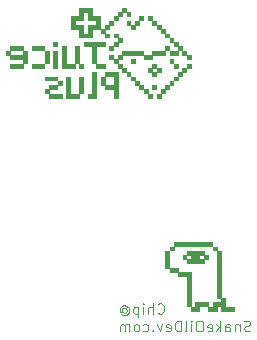
<source format=gbo>
%TF.GenerationSoftware,KiCad,Pcbnew,5.0.2+dfsg1-1*%
%TF.CreationDate,2022-04-21T18:12:01+09:00*%
%TF.ProjectId,car-psu-generic,6361722d-7073-4752-9d67-656e65726963,rev?*%
%TF.SameCoordinates,Original*%
%TF.FileFunction,Legend,Bot*%
%TF.FilePolarity,Positive*%
%FSLAX46Y46*%
G04 Gerber Fmt 4.6, Leading zero omitted, Abs format (unit mm)*
G04 Created by KiCad (PCBNEW 5.0.2+dfsg1-1) date Thu 21 Apr 2022 06:12:01 PM JST*
%MOMM*%
%LPD*%
G01*
G04 APERTURE LIST*
%ADD10C,0.120000*%
%ADD11C,0.010000*%
%ADD12C,0.100000*%
%ADD13C,1.802000*%
%ADD14O,1.802000X2.052000*%
%ADD15O,1.802000X2.102000*%
%ADD16C,1.626000*%
%ADD17O,1.702000X1.702000*%
%ADD18R,1.702000X1.702000*%
%ADD19C,5.702000*%
%ADD20C,2.102000*%
%ADD21R,2.102000X2.102000*%
%ADD22R,1.802000X1.802000*%
%ADD23O,1.802000X1.802000*%
%ADD24C,1.542000*%
G04 APERTURE END LIST*
D10*
X146463714Y-74586428D02*
X146506571Y-74629285D01*
X146635142Y-74672142D01*
X146720857Y-74672142D01*
X146849428Y-74629285D01*
X146935142Y-74543571D01*
X146978000Y-74457857D01*
X147020857Y-74286428D01*
X147020857Y-74157857D01*
X146978000Y-73986428D01*
X146935142Y-73900714D01*
X146849428Y-73815000D01*
X146720857Y-73772142D01*
X146635142Y-73772142D01*
X146506571Y-73815000D01*
X146463714Y-73857857D01*
X146078000Y-74672142D02*
X146078000Y-73772142D01*
X145692285Y-74672142D02*
X145692285Y-74200714D01*
X145735142Y-74115000D01*
X145820857Y-74072142D01*
X145949428Y-74072142D01*
X146035142Y-74115000D01*
X146078000Y-74157857D01*
X145263714Y-74672142D02*
X145263714Y-74072142D01*
X145263714Y-73772142D02*
X145306571Y-73815000D01*
X145263714Y-73857857D01*
X145220857Y-73815000D01*
X145263714Y-73772142D01*
X145263714Y-73857857D01*
X144835142Y-74072142D02*
X144835142Y-74972142D01*
X144835142Y-74115000D02*
X144749428Y-74072142D01*
X144578000Y-74072142D01*
X144492285Y-74115000D01*
X144449428Y-74157857D01*
X144406571Y-74243571D01*
X144406571Y-74500714D01*
X144449428Y-74586428D01*
X144492285Y-74629285D01*
X144578000Y-74672142D01*
X144749428Y-74672142D01*
X144835142Y-74629285D01*
X143463714Y-74243571D02*
X143506571Y-74200714D01*
X143592285Y-74157857D01*
X143678000Y-74157857D01*
X143763714Y-74200714D01*
X143806571Y-74243571D01*
X143849428Y-74329285D01*
X143849428Y-74415000D01*
X143806571Y-74500714D01*
X143763714Y-74543571D01*
X143678000Y-74586428D01*
X143592285Y-74586428D01*
X143506571Y-74543571D01*
X143463714Y-74500714D01*
X143463714Y-74157857D02*
X143463714Y-74500714D01*
X143420857Y-74543571D01*
X143378000Y-74543571D01*
X143292285Y-74500714D01*
X143249428Y-74415000D01*
X143249428Y-74200714D01*
X143335142Y-74072142D01*
X143463714Y-73986428D01*
X143635142Y-73943571D01*
X143806571Y-73986428D01*
X143935142Y-74072142D01*
X144020857Y-74200714D01*
X144063714Y-74372142D01*
X144020857Y-74543571D01*
X143935142Y-74672142D01*
X143806571Y-74757857D01*
X143635142Y-74800714D01*
X143463714Y-74757857D01*
X143335142Y-74672142D01*
X154306571Y-76099285D02*
X154178000Y-76142142D01*
X153963714Y-76142142D01*
X153878000Y-76099285D01*
X153835142Y-76056428D01*
X153792285Y-75970714D01*
X153792285Y-75885000D01*
X153835142Y-75799285D01*
X153878000Y-75756428D01*
X153963714Y-75713571D01*
X154135142Y-75670714D01*
X154220857Y-75627857D01*
X154263714Y-75585000D01*
X154306571Y-75499285D01*
X154306571Y-75413571D01*
X154263714Y-75327857D01*
X154220857Y-75285000D01*
X154135142Y-75242142D01*
X153920857Y-75242142D01*
X153792285Y-75285000D01*
X153406571Y-75542142D02*
X153406571Y-76142142D01*
X153406571Y-75627857D02*
X153363714Y-75585000D01*
X153278000Y-75542142D01*
X153149428Y-75542142D01*
X153063714Y-75585000D01*
X153020857Y-75670714D01*
X153020857Y-76142142D01*
X152206571Y-76142142D02*
X152206571Y-75670714D01*
X152249428Y-75585000D01*
X152335142Y-75542142D01*
X152506571Y-75542142D01*
X152592285Y-75585000D01*
X152206571Y-76099285D02*
X152292285Y-76142142D01*
X152506571Y-76142142D01*
X152592285Y-76099285D01*
X152635142Y-76013571D01*
X152635142Y-75927857D01*
X152592285Y-75842142D01*
X152506571Y-75799285D01*
X152292285Y-75799285D01*
X152206571Y-75756428D01*
X151778000Y-76142142D02*
X151778000Y-75242142D01*
X151692285Y-75799285D02*
X151435142Y-76142142D01*
X151435142Y-75542142D02*
X151778000Y-75885000D01*
X150706571Y-76099285D02*
X150792285Y-76142142D01*
X150963714Y-76142142D01*
X151049428Y-76099285D01*
X151092285Y-76013571D01*
X151092285Y-75670714D01*
X151049428Y-75585000D01*
X150963714Y-75542142D01*
X150792285Y-75542142D01*
X150706571Y-75585000D01*
X150663714Y-75670714D01*
X150663714Y-75756428D01*
X151092285Y-75842142D01*
X150106571Y-75242142D02*
X149935142Y-75242142D01*
X149849428Y-75285000D01*
X149763714Y-75370714D01*
X149720857Y-75542142D01*
X149720857Y-75842142D01*
X149763714Y-76013571D01*
X149849428Y-76099285D01*
X149935142Y-76142142D01*
X150106571Y-76142142D01*
X150192285Y-76099285D01*
X150278000Y-76013571D01*
X150320857Y-75842142D01*
X150320857Y-75542142D01*
X150278000Y-75370714D01*
X150192285Y-75285000D01*
X150106571Y-75242142D01*
X149335142Y-76142142D02*
X149335142Y-75542142D01*
X149335142Y-75242142D02*
X149378000Y-75285000D01*
X149335142Y-75327857D01*
X149292285Y-75285000D01*
X149335142Y-75242142D01*
X149335142Y-75327857D01*
X148778000Y-76142142D02*
X148863714Y-76099285D01*
X148906571Y-76013571D01*
X148906571Y-75242142D01*
X148435142Y-76142142D02*
X148435142Y-75242142D01*
X148220857Y-75242142D01*
X148092285Y-75285000D01*
X148006571Y-75370714D01*
X147963714Y-75456428D01*
X147920857Y-75627857D01*
X147920857Y-75756428D01*
X147963714Y-75927857D01*
X148006571Y-76013571D01*
X148092285Y-76099285D01*
X148220857Y-76142142D01*
X148435142Y-76142142D01*
X147192285Y-76099285D02*
X147278000Y-76142142D01*
X147449428Y-76142142D01*
X147535142Y-76099285D01*
X147578000Y-76013571D01*
X147578000Y-75670714D01*
X147535142Y-75585000D01*
X147449428Y-75542142D01*
X147278000Y-75542142D01*
X147192285Y-75585000D01*
X147149428Y-75670714D01*
X147149428Y-75756428D01*
X147578000Y-75842142D01*
X146849428Y-75542142D02*
X146635142Y-76142142D01*
X146420857Y-75542142D01*
X146078000Y-76056428D02*
X146035142Y-76099285D01*
X146078000Y-76142142D01*
X146120857Y-76099285D01*
X146078000Y-76056428D01*
X146078000Y-76142142D01*
X145263714Y-76099285D02*
X145349428Y-76142142D01*
X145520857Y-76142142D01*
X145606571Y-76099285D01*
X145649428Y-76056428D01*
X145692285Y-75970714D01*
X145692285Y-75713571D01*
X145649428Y-75627857D01*
X145606571Y-75585000D01*
X145520857Y-75542142D01*
X145349428Y-75542142D01*
X145263714Y-75585000D01*
X144749428Y-76142142D02*
X144835142Y-76099285D01*
X144878000Y-76056428D01*
X144920857Y-75970714D01*
X144920857Y-75713571D01*
X144878000Y-75627857D01*
X144835142Y-75585000D01*
X144749428Y-75542142D01*
X144620857Y-75542142D01*
X144535142Y-75585000D01*
X144492285Y-75627857D01*
X144449428Y-75713571D01*
X144449428Y-75970714D01*
X144492285Y-76056428D01*
X144535142Y-76099285D01*
X144620857Y-76142142D01*
X144749428Y-76142142D01*
X144063714Y-76142142D02*
X144063714Y-75542142D01*
X144063714Y-75627857D02*
X144020857Y-75585000D01*
X143935142Y-75542142D01*
X143806571Y-75542142D01*
X143720857Y-75585000D01*
X143678000Y-75670714D01*
X143678000Y-76142142D01*
X143678000Y-75670714D02*
X143635142Y-75585000D01*
X143549428Y-75542142D01*
X143420857Y-75542142D01*
X143335142Y-75585000D01*
X143292285Y-75670714D01*
X143292285Y-76142142D01*
D11*
G36*
X146393733Y-56369267D02*
X146723933Y-56369267D01*
X146723933Y-56039067D01*
X146393733Y-56039067D01*
X146393733Y-56369267D01*
X146393733Y-56369267D01*
G37*
X146393733Y-56369267D02*
X146723933Y-56369267D01*
X146723933Y-56039067D01*
X146393733Y-56039067D01*
X146393733Y-56369267D01*
G36*
X145665600Y-56369267D02*
X145995800Y-56369267D01*
X145995800Y-56039067D01*
X145665600Y-56039067D01*
X145665600Y-56369267D01*
X145665600Y-56369267D01*
G37*
X145665600Y-56369267D02*
X145995800Y-56369267D01*
X145995800Y-56039067D01*
X145665600Y-56039067D01*
X145665600Y-56369267D01*
G36*
X142753067Y-56369267D02*
X143083267Y-56369267D01*
X143083267Y-56039067D01*
X142753067Y-56039067D01*
X142753067Y-56369267D01*
X142753067Y-56369267D01*
G37*
X142753067Y-56369267D02*
X143083267Y-56369267D01*
X143083267Y-56039067D01*
X142753067Y-56039067D01*
X142753067Y-56369267D01*
G36*
X140932733Y-56369267D02*
X141262933Y-56369267D01*
X141262933Y-56039067D01*
X140932733Y-56039067D01*
X140932733Y-56369267D01*
X140932733Y-56369267D01*
G37*
X140932733Y-56369267D02*
X141262933Y-56369267D01*
X141262933Y-56039067D01*
X140932733Y-56039067D01*
X140932733Y-56369267D01*
G36*
X140568666Y-56369267D02*
X140898866Y-56369267D01*
X140898866Y-56039067D01*
X140568666Y-56039067D01*
X140568666Y-56369267D01*
X140568666Y-56369267D01*
G37*
X140568666Y-56369267D02*
X140898866Y-56369267D01*
X140898866Y-56039067D01*
X140568666Y-56039067D01*
X140568666Y-56369267D01*
G36*
X139476466Y-56369267D02*
X139806666Y-56369267D01*
X139806666Y-56039067D01*
X139476466Y-56039067D01*
X139476466Y-56369267D01*
X139476466Y-56369267D01*
G37*
X139476466Y-56369267D02*
X139806666Y-56369267D01*
X139806666Y-56039067D01*
X139476466Y-56039067D01*
X139476466Y-56369267D01*
G36*
X139112400Y-56369267D02*
X139442600Y-56369267D01*
X139442600Y-56039067D01*
X139112400Y-56039067D01*
X139112400Y-56369267D01*
X139112400Y-56369267D01*
G37*
X139112400Y-56369267D02*
X139442600Y-56369267D01*
X139442600Y-56039067D01*
X139112400Y-56039067D01*
X139112400Y-56369267D01*
G36*
X138748333Y-56369267D02*
X139078533Y-56369267D01*
X139078533Y-56039067D01*
X138748333Y-56039067D01*
X138748333Y-56369267D01*
X138748333Y-56369267D01*
G37*
X138748333Y-56369267D02*
X139078533Y-56369267D01*
X139078533Y-56039067D01*
X138748333Y-56039067D01*
X138748333Y-56369267D01*
G36*
X138020200Y-56369267D02*
X138350400Y-56369267D01*
X138350400Y-56039067D01*
X138020200Y-56039067D01*
X138020200Y-56369267D01*
X138020200Y-56369267D01*
G37*
X138020200Y-56369267D02*
X138350400Y-56369267D01*
X138350400Y-56039067D01*
X138020200Y-56039067D01*
X138020200Y-56369267D01*
G36*
X137656133Y-56369267D02*
X137986333Y-56369267D01*
X137986333Y-56039067D01*
X137656133Y-56039067D01*
X137656133Y-56369267D01*
X137656133Y-56369267D01*
G37*
X137656133Y-56369267D02*
X137986333Y-56369267D01*
X137986333Y-56039067D01*
X137656133Y-56039067D01*
X137656133Y-56369267D01*
G36*
X137292066Y-56369267D02*
X137622266Y-56369267D01*
X137622266Y-56039067D01*
X137292066Y-56039067D01*
X137292066Y-56369267D01*
X137292066Y-56369267D01*
G37*
X137292066Y-56369267D02*
X137622266Y-56369267D01*
X137622266Y-56039067D01*
X137292066Y-56039067D01*
X137292066Y-56369267D01*
G36*
X146757800Y-56005200D02*
X147088000Y-56005200D01*
X147088000Y-55675000D01*
X146757800Y-55675000D01*
X146757800Y-56005200D01*
X146757800Y-56005200D01*
G37*
X146757800Y-56005200D02*
X147088000Y-56005200D01*
X147088000Y-55675000D01*
X146757800Y-55675000D01*
X146757800Y-56005200D01*
G36*
X145301533Y-56005200D02*
X145631733Y-56005200D01*
X145631733Y-55675000D01*
X145301533Y-55675000D01*
X145301533Y-56005200D01*
X145301533Y-56005200D01*
G37*
X145301533Y-56005200D02*
X145631733Y-56005200D01*
X145631733Y-55675000D01*
X145301533Y-55675000D01*
X145301533Y-56005200D01*
G36*
X142753067Y-56005200D02*
X143083267Y-56005200D01*
X143083267Y-55675000D01*
X142753067Y-55675000D01*
X142753067Y-56005200D01*
X142753067Y-56005200D01*
G37*
X142753067Y-56005200D02*
X143083267Y-56005200D01*
X143083267Y-55675000D01*
X142753067Y-55675000D01*
X142753067Y-56005200D01*
G36*
X140932733Y-56005200D02*
X141262933Y-56005200D01*
X141262933Y-55675000D01*
X140932733Y-55675000D01*
X140932733Y-56005200D01*
X140932733Y-56005200D01*
G37*
X140932733Y-56005200D02*
X141262933Y-56005200D01*
X141262933Y-55675000D01*
X140932733Y-55675000D01*
X140932733Y-56005200D01*
G36*
X139840533Y-56005200D02*
X140170733Y-56005200D01*
X140170733Y-55675000D01*
X139840533Y-55675000D01*
X139840533Y-56005200D01*
X139840533Y-56005200D01*
G37*
X139840533Y-56005200D02*
X140170733Y-56005200D01*
X140170733Y-55675000D01*
X139840533Y-55675000D01*
X139840533Y-56005200D01*
G36*
X138748333Y-56005200D02*
X139078533Y-56005200D01*
X139078533Y-55675000D01*
X138748333Y-55675000D01*
X138748333Y-56005200D01*
X138748333Y-56005200D01*
G37*
X138748333Y-56005200D02*
X139078533Y-56005200D01*
X139078533Y-55675000D01*
X138748333Y-55675000D01*
X138748333Y-56005200D01*
G36*
X136928000Y-56005200D02*
X137258200Y-56005200D01*
X137258200Y-55675000D01*
X136928000Y-55675000D01*
X136928000Y-56005200D01*
X136928000Y-56005200D01*
G37*
X136928000Y-56005200D02*
X137258200Y-56005200D01*
X137258200Y-55675000D01*
X136928000Y-55675000D01*
X136928000Y-56005200D01*
G36*
X147121866Y-55641133D02*
X147452066Y-55641133D01*
X147452066Y-55310933D01*
X147121866Y-55310933D01*
X147121866Y-55641133D01*
X147121866Y-55641133D01*
G37*
X147121866Y-55641133D02*
X147452066Y-55641133D01*
X147452066Y-55310933D01*
X147121866Y-55310933D01*
X147121866Y-55641133D01*
G36*
X146029667Y-55641133D02*
X146359867Y-55641133D01*
X146359867Y-55310933D01*
X146029667Y-55310933D01*
X146029667Y-55641133D01*
X146029667Y-55641133D01*
G37*
X146029667Y-55641133D02*
X146359867Y-55641133D01*
X146359867Y-55310933D01*
X146029667Y-55310933D01*
X146029667Y-55641133D01*
G36*
X144937466Y-55641133D02*
X145267666Y-55641133D01*
X145267666Y-55310933D01*
X144937466Y-55310933D01*
X144937466Y-55641133D01*
X144937466Y-55641133D01*
G37*
X144937466Y-55641133D02*
X145267666Y-55641133D01*
X145267666Y-55310933D01*
X144937466Y-55310933D01*
X144937466Y-55641133D01*
G36*
X142753067Y-55641133D02*
X143083267Y-55641133D01*
X143083267Y-55310933D01*
X142753067Y-55310933D01*
X142753067Y-55641133D01*
X142753067Y-55641133D01*
G37*
X142753067Y-55641133D02*
X143083267Y-55641133D01*
X143083267Y-55310933D01*
X142753067Y-55310933D01*
X142753067Y-55641133D01*
G36*
X142389000Y-55641133D02*
X142719200Y-55641133D01*
X142719200Y-55310933D01*
X142389000Y-55310933D01*
X142389000Y-55641133D01*
X142389000Y-55641133D01*
G37*
X142389000Y-55641133D02*
X142719200Y-55641133D01*
X142719200Y-55310933D01*
X142389000Y-55310933D01*
X142389000Y-55641133D01*
G36*
X142024933Y-55641133D02*
X142355133Y-55641133D01*
X142355133Y-55310933D01*
X142024933Y-55310933D01*
X142024933Y-55641133D01*
X142024933Y-55641133D01*
G37*
X142024933Y-55641133D02*
X142355133Y-55641133D01*
X142355133Y-55310933D01*
X142024933Y-55310933D01*
X142024933Y-55641133D01*
G36*
X140932733Y-55641133D02*
X141262933Y-55641133D01*
X141262933Y-55310933D01*
X140932733Y-55310933D01*
X140932733Y-55641133D01*
X140932733Y-55641133D01*
G37*
X140932733Y-55641133D02*
X141262933Y-55641133D01*
X141262933Y-55310933D01*
X140932733Y-55310933D01*
X140932733Y-55641133D01*
G36*
X139840533Y-55641133D02*
X140170733Y-55641133D01*
X140170733Y-55310933D01*
X139840533Y-55310933D01*
X139840533Y-55641133D01*
X139840533Y-55641133D01*
G37*
X139840533Y-55641133D02*
X140170733Y-55641133D01*
X140170733Y-55310933D01*
X139840533Y-55310933D01*
X139840533Y-55641133D01*
G36*
X138748333Y-55641133D02*
X139078533Y-55641133D01*
X139078533Y-55310933D01*
X138748333Y-55310933D01*
X138748333Y-55641133D01*
X138748333Y-55641133D01*
G37*
X138748333Y-55641133D02*
X139078533Y-55641133D01*
X139078533Y-55310933D01*
X138748333Y-55310933D01*
X138748333Y-55641133D01*
G36*
X137656133Y-55641133D02*
X137986333Y-55641133D01*
X137986333Y-55310933D01*
X137656133Y-55310933D01*
X137656133Y-55641133D01*
X137656133Y-55641133D01*
G37*
X137656133Y-55641133D02*
X137986333Y-55641133D01*
X137986333Y-55310933D01*
X137656133Y-55310933D01*
X137656133Y-55641133D01*
G36*
X137292066Y-55641133D02*
X137622266Y-55641133D01*
X137622266Y-55310933D01*
X137292066Y-55310933D01*
X137292066Y-55641133D01*
X137292066Y-55641133D01*
G37*
X137292066Y-55641133D02*
X137622266Y-55641133D01*
X137622266Y-55310933D01*
X137292066Y-55310933D01*
X137292066Y-55641133D01*
G36*
X147485933Y-55277067D02*
X147816133Y-55277067D01*
X147816133Y-54946867D01*
X147485933Y-54946867D01*
X147485933Y-55277067D01*
X147485933Y-55277067D01*
G37*
X147485933Y-55277067D02*
X147816133Y-55277067D01*
X147816133Y-54946867D01*
X147485933Y-54946867D01*
X147485933Y-55277067D01*
G36*
X144573400Y-55277067D02*
X144903600Y-55277067D01*
X144903600Y-54946867D01*
X144573400Y-54946867D01*
X144573400Y-55277067D01*
X144573400Y-55277067D01*
G37*
X144573400Y-55277067D02*
X144903600Y-55277067D01*
X144903600Y-54946867D01*
X144573400Y-54946867D01*
X144573400Y-55277067D01*
G36*
X142753067Y-55277067D02*
X143083267Y-55277067D01*
X143083267Y-54946867D01*
X142753067Y-54946867D01*
X142753067Y-55277067D01*
X142753067Y-55277067D01*
G37*
X142753067Y-55277067D02*
X143083267Y-55277067D01*
X143083267Y-54946867D01*
X142753067Y-54946867D01*
X142753067Y-55277067D01*
G36*
X141660867Y-55277067D02*
X141991067Y-55277067D01*
X141991067Y-54946867D01*
X141660867Y-54946867D01*
X141660867Y-55277067D01*
X141660867Y-55277067D01*
G37*
X141660867Y-55277067D02*
X141991067Y-55277067D01*
X141991067Y-54946867D01*
X141660867Y-54946867D01*
X141660867Y-55277067D01*
G36*
X140932733Y-55277067D02*
X141262933Y-55277067D01*
X141262933Y-54946867D01*
X140932733Y-54946867D01*
X140932733Y-55277067D01*
X140932733Y-55277067D01*
G37*
X140932733Y-55277067D02*
X141262933Y-55277067D01*
X141262933Y-54946867D01*
X140932733Y-54946867D01*
X140932733Y-55277067D01*
G36*
X139840533Y-55277067D02*
X140170733Y-55277067D01*
X140170733Y-54946867D01*
X139840533Y-54946867D01*
X139840533Y-55277067D01*
X139840533Y-55277067D01*
G37*
X139840533Y-55277067D02*
X140170733Y-55277067D01*
X140170733Y-54946867D01*
X139840533Y-54946867D01*
X139840533Y-55277067D01*
G36*
X138748333Y-55277067D02*
X139078533Y-55277067D01*
X139078533Y-54946867D01*
X138748333Y-54946867D01*
X138748333Y-55277067D01*
X138748333Y-55277067D01*
G37*
X138748333Y-55277067D02*
X139078533Y-55277067D01*
X139078533Y-54946867D01*
X138748333Y-54946867D01*
X138748333Y-55277067D01*
G36*
X138020200Y-55277067D02*
X138350400Y-55277067D01*
X138350400Y-54946867D01*
X138020200Y-54946867D01*
X138020200Y-55277067D01*
X138020200Y-55277067D01*
G37*
X138020200Y-55277067D02*
X138350400Y-55277067D01*
X138350400Y-54946867D01*
X138020200Y-54946867D01*
X138020200Y-55277067D01*
G36*
X147850000Y-54913000D02*
X148180200Y-54913000D01*
X148180200Y-54582800D01*
X147850000Y-54582800D01*
X147850000Y-54913000D01*
X147850000Y-54913000D01*
G37*
X147850000Y-54913000D02*
X148180200Y-54913000D01*
X148180200Y-54582800D01*
X147850000Y-54582800D01*
X147850000Y-54913000D01*
G36*
X144209333Y-54913000D02*
X144539533Y-54913000D01*
X144539533Y-54582800D01*
X144209333Y-54582800D01*
X144209333Y-54913000D01*
X144209333Y-54913000D01*
G37*
X144209333Y-54913000D02*
X144539533Y-54913000D01*
X144539533Y-54582800D01*
X144209333Y-54582800D01*
X144209333Y-54913000D01*
G36*
X142753067Y-54913000D02*
X143083267Y-54913000D01*
X143083267Y-54582800D01*
X142753067Y-54582800D01*
X142753067Y-54913000D01*
X142753067Y-54913000D01*
G37*
X142753067Y-54913000D02*
X143083267Y-54913000D01*
X143083267Y-54582800D01*
X142753067Y-54582800D01*
X142753067Y-54913000D01*
G36*
X141660867Y-54913000D02*
X141991067Y-54913000D01*
X141991067Y-54582800D01*
X141660867Y-54582800D01*
X141660867Y-54913000D01*
X141660867Y-54913000D01*
G37*
X141660867Y-54913000D02*
X141991067Y-54913000D01*
X141991067Y-54582800D01*
X141660867Y-54582800D01*
X141660867Y-54913000D01*
G36*
X140932733Y-54913000D02*
X141262933Y-54913000D01*
X141262933Y-54582800D01*
X140932733Y-54582800D01*
X140932733Y-54913000D01*
X140932733Y-54913000D01*
G37*
X140932733Y-54913000D02*
X141262933Y-54913000D01*
X141262933Y-54582800D01*
X140932733Y-54582800D01*
X140932733Y-54913000D01*
G36*
X139840533Y-54913000D02*
X140170733Y-54913000D01*
X140170733Y-54582800D01*
X139840533Y-54582800D01*
X139840533Y-54913000D01*
X139840533Y-54913000D01*
G37*
X139840533Y-54913000D02*
X140170733Y-54913000D01*
X140170733Y-54582800D01*
X139840533Y-54582800D01*
X139840533Y-54913000D01*
G36*
X138748333Y-54913000D02*
X139078533Y-54913000D01*
X139078533Y-54582800D01*
X138748333Y-54582800D01*
X138748333Y-54913000D01*
X138748333Y-54913000D01*
G37*
X138748333Y-54913000D02*
X139078533Y-54913000D01*
X139078533Y-54582800D01*
X138748333Y-54582800D01*
X138748333Y-54913000D01*
G36*
X137656133Y-54913000D02*
X137986333Y-54913000D01*
X137986333Y-54582800D01*
X137656133Y-54582800D01*
X137656133Y-54913000D01*
X137656133Y-54913000D01*
G37*
X137656133Y-54913000D02*
X137986333Y-54913000D01*
X137986333Y-54582800D01*
X137656133Y-54582800D01*
X137656133Y-54913000D01*
G36*
X137292066Y-54913000D02*
X137622266Y-54913000D01*
X137622266Y-54582800D01*
X137292066Y-54582800D01*
X137292066Y-54913000D01*
X137292066Y-54913000D01*
G37*
X137292066Y-54913000D02*
X137622266Y-54913000D01*
X137622266Y-54582800D01*
X137292066Y-54582800D01*
X137292066Y-54913000D01*
G36*
X136928000Y-54913000D02*
X137258200Y-54913000D01*
X137258200Y-54582800D01*
X136928000Y-54582800D01*
X136928000Y-54913000D01*
X136928000Y-54913000D01*
G37*
X136928000Y-54913000D02*
X137258200Y-54913000D01*
X137258200Y-54582800D01*
X136928000Y-54582800D01*
X136928000Y-54913000D01*
G36*
X148214067Y-54548934D02*
X148544266Y-54548934D01*
X148544266Y-54218734D01*
X148214067Y-54218734D01*
X148214067Y-54548934D01*
X148214067Y-54548934D01*
G37*
X148214067Y-54548934D02*
X148544266Y-54548934D01*
X148544266Y-54218734D01*
X148214067Y-54218734D01*
X148214067Y-54548934D01*
G36*
X146029667Y-54548934D02*
X146359867Y-54548934D01*
X146359867Y-54218734D01*
X146029667Y-54218734D01*
X146029667Y-54548934D01*
X146029667Y-54548934D01*
G37*
X146029667Y-54548934D02*
X146359867Y-54548934D01*
X146359867Y-54218734D01*
X146029667Y-54218734D01*
X146029667Y-54548934D01*
G36*
X143845266Y-54548934D02*
X144175466Y-54548934D01*
X144175466Y-54218734D01*
X143845266Y-54218734D01*
X143845266Y-54548934D01*
X143845266Y-54548934D01*
G37*
X143845266Y-54548934D02*
X144175466Y-54548934D01*
X144175466Y-54218734D01*
X143845266Y-54218734D01*
X143845266Y-54548934D01*
G36*
X142753067Y-54548934D02*
X143083267Y-54548934D01*
X143083267Y-54218734D01*
X142753067Y-54218734D01*
X142753067Y-54548934D01*
X142753067Y-54548934D01*
G37*
X142753067Y-54548934D02*
X143083267Y-54548934D01*
X143083267Y-54218734D01*
X142753067Y-54218734D01*
X142753067Y-54548934D01*
G36*
X142389000Y-54548934D02*
X142719200Y-54548934D01*
X142719200Y-54218734D01*
X142389000Y-54218734D01*
X142389000Y-54548934D01*
X142389000Y-54548934D01*
G37*
X142389000Y-54548934D02*
X142719200Y-54548934D01*
X142719200Y-54218734D01*
X142389000Y-54218734D01*
X142389000Y-54548934D01*
G36*
X142024933Y-54548934D02*
X142355133Y-54548934D01*
X142355133Y-54218734D01*
X142024933Y-54218734D01*
X142024933Y-54548934D01*
X142024933Y-54548934D01*
G37*
X142024933Y-54548934D02*
X142355133Y-54548934D01*
X142355133Y-54218734D01*
X142024933Y-54218734D01*
X142024933Y-54548934D01*
G36*
X140932733Y-54548934D02*
X141262933Y-54548934D01*
X141262933Y-54218734D01*
X140932733Y-54218734D01*
X140932733Y-54548934D01*
X140932733Y-54548934D01*
G37*
X140932733Y-54548934D02*
X141262933Y-54548934D01*
X141262933Y-54218734D01*
X140932733Y-54218734D01*
X140932733Y-54548934D01*
G36*
X148578133Y-54184867D02*
X148908333Y-54184867D01*
X148908333Y-53854667D01*
X148578133Y-53854667D01*
X148578133Y-54184867D01*
X148578133Y-54184867D01*
G37*
X148578133Y-54184867D02*
X148908333Y-54184867D01*
X148908333Y-53854667D01*
X148578133Y-53854667D01*
X148578133Y-54184867D01*
G36*
X146393733Y-54184867D02*
X146723933Y-54184867D01*
X146723933Y-53854667D01*
X146393733Y-53854667D01*
X146393733Y-54184867D01*
X146393733Y-54184867D01*
G37*
X146393733Y-54184867D02*
X146723933Y-54184867D01*
X146723933Y-53854667D01*
X146393733Y-53854667D01*
X146393733Y-54184867D01*
G36*
X145665600Y-54184867D02*
X145995800Y-54184867D01*
X145995800Y-53854667D01*
X145665600Y-53854667D01*
X145665600Y-54184867D01*
X145665600Y-54184867D01*
G37*
X145665600Y-54184867D02*
X145995800Y-54184867D01*
X145995800Y-53854667D01*
X145665600Y-53854667D01*
X145665600Y-54184867D01*
G36*
X143481200Y-54184867D02*
X143811400Y-54184867D01*
X143811400Y-53854667D01*
X143481200Y-53854667D01*
X143481200Y-54184867D01*
X143481200Y-54184867D01*
G37*
X143481200Y-54184867D02*
X143811400Y-54184867D01*
X143811400Y-53854667D01*
X143481200Y-53854667D01*
X143481200Y-54184867D01*
G36*
X148942200Y-53820800D02*
X149272400Y-53820800D01*
X149272400Y-53490600D01*
X148942200Y-53490600D01*
X148942200Y-53820800D01*
X148942200Y-53820800D01*
G37*
X148942200Y-53820800D02*
X149272400Y-53820800D01*
X149272400Y-53490600D01*
X148942200Y-53490600D01*
X148942200Y-53820800D01*
G36*
X147850000Y-53820800D02*
X148180200Y-53820800D01*
X148180200Y-53490600D01*
X147850000Y-53490600D01*
X147850000Y-53820800D01*
X147850000Y-53820800D01*
G37*
X147850000Y-53820800D02*
X148180200Y-53820800D01*
X148180200Y-53490600D01*
X147850000Y-53490600D01*
X147850000Y-53820800D01*
G36*
X146029667Y-53820800D02*
X146359867Y-53820800D01*
X146359867Y-53490600D01*
X146029667Y-53490600D01*
X146029667Y-53820800D01*
X146029667Y-53820800D01*
G37*
X146029667Y-53820800D02*
X146359867Y-53820800D01*
X146359867Y-53490600D01*
X146029667Y-53490600D01*
X146029667Y-53820800D01*
G36*
X143117133Y-53820800D02*
X143447333Y-53820800D01*
X143447333Y-53490600D01*
X143117133Y-53490600D01*
X143117133Y-53820800D01*
X143117133Y-53820800D01*
G37*
X143117133Y-53820800D02*
X143447333Y-53820800D01*
X143447333Y-53490600D01*
X143117133Y-53490600D01*
X143117133Y-53820800D01*
G36*
X141660867Y-53820800D02*
X141991067Y-53820800D01*
X141991067Y-53490600D01*
X141660867Y-53490600D01*
X141660867Y-53820800D01*
X141660867Y-53820800D01*
G37*
X141660867Y-53820800D02*
X141991067Y-53820800D01*
X141991067Y-53490600D01*
X141660867Y-53490600D01*
X141660867Y-53820800D01*
G36*
X141296800Y-53820800D02*
X141627000Y-53820800D01*
X141627000Y-53490600D01*
X141296800Y-53490600D01*
X141296800Y-53820800D01*
X141296800Y-53820800D01*
G37*
X141296800Y-53820800D02*
X141627000Y-53820800D01*
X141627000Y-53490600D01*
X141296800Y-53490600D01*
X141296800Y-53820800D01*
G36*
X139840533Y-53820800D02*
X140170733Y-53820800D01*
X140170733Y-53490600D01*
X139840533Y-53490600D01*
X139840533Y-53820800D01*
X139840533Y-53820800D01*
G37*
X139840533Y-53820800D02*
X140170733Y-53820800D01*
X140170733Y-53490600D01*
X139840533Y-53490600D01*
X139840533Y-53820800D01*
G36*
X139112400Y-53820800D02*
X139442600Y-53820800D01*
X139442600Y-53490600D01*
X139112400Y-53490600D01*
X139112400Y-53820800D01*
X139112400Y-53820800D01*
G37*
X139112400Y-53820800D02*
X139442600Y-53820800D01*
X139442600Y-53490600D01*
X139112400Y-53490600D01*
X139112400Y-53820800D01*
G36*
X138748333Y-53820800D02*
X139078533Y-53820800D01*
X139078533Y-53490600D01*
X138748333Y-53490600D01*
X138748333Y-53820800D01*
X138748333Y-53820800D01*
G37*
X138748333Y-53820800D02*
X139078533Y-53820800D01*
X139078533Y-53490600D01*
X138748333Y-53490600D01*
X138748333Y-53820800D01*
G36*
X138384266Y-53820800D02*
X138714466Y-53820800D01*
X138714466Y-53490600D01*
X138384266Y-53490600D01*
X138384266Y-53820800D01*
X138384266Y-53820800D01*
G37*
X138384266Y-53820800D02*
X138714466Y-53820800D01*
X138714466Y-53490600D01*
X138384266Y-53490600D01*
X138384266Y-53820800D01*
G36*
X137656133Y-53820800D02*
X137986333Y-53820800D01*
X137986333Y-53490600D01*
X137656133Y-53490600D01*
X137656133Y-53820800D01*
X137656133Y-53820800D01*
G37*
X137656133Y-53820800D02*
X137986333Y-53820800D01*
X137986333Y-53490600D01*
X137656133Y-53490600D01*
X137656133Y-53820800D01*
G36*
X136563933Y-53820800D02*
X136894133Y-53820800D01*
X136894133Y-53490600D01*
X136563933Y-53490600D01*
X136563933Y-53820800D01*
X136563933Y-53820800D01*
G37*
X136563933Y-53820800D02*
X136894133Y-53820800D01*
X136894133Y-53490600D01*
X136563933Y-53490600D01*
X136563933Y-53820800D01*
G36*
X136199867Y-53820800D02*
X136530067Y-53820800D01*
X136530067Y-53490600D01*
X136199867Y-53490600D01*
X136199867Y-53820800D01*
X136199867Y-53820800D01*
G37*
X136199867Y-53820800D02*
X136530067Y-53820800D01*
X136530067Y-53490600D01*
X136199867Y-53490600D01*
X136199867Y-53820800D01*
G36*
X135835800Y-53820800D02*
X136166000Y-53820800D01*
X136166000Y-53490600D01*
X135835800Y-53490600D01*
X135835800Y-53820800D01*
X135835800Y-53820800D01*
G37*
X135835800Y-53820800D02*
X136166000Y-53820800D01*
X136166000Y-53490600D01*
X135835800Y-53490600D01*
X135835800Y-53820800D01*
G36*
X134743600Y-53820800D02*
X135073800Y-53820800D01*
X135073800Y-53490600D01*
X134743600Y-53490600D01*
X134743600Y-53820800D01*
X134743600Y-53820800D01*
G37*
X134743600Y-53820800D02*
X135073800Y-53820800D01*
X135073800Y-53490600D01*
X134743600Y-53490600D01*
X134743600Y-53820800D01*
G36*
X134379533Y-53820800D02*
X134709733Y-53820800D01*
X134709733Y-53490600D01*
X134379533Y-53490600D01*
X134379533Y-53820800D01*
X134379533Y-53820800D01*
G37*
X134379533Y-53820800D02*
X134709733Y-53820800D01*
X134709733Y-53490600D01*
X134379533Y-53490600D01*
X134379533Y-53820800D01*
G36*
X134015467Y-53820800D02*
X134345667Y-53820800D01*
X134345667Y-53490600D01*
X134015467Y-53490600D01*
X134015467Y-53820800D01*
X134015467Y-53820800D01*
G37*
X134015467Y-53820800D02*
X134345667Y-53820800D01*
X134345667Y-53490600D01*
X134015467Y-53490600D01*
X134015467Y-53820800D01*
G36*
X147485933Y-53456734D02*
X147816133Y-53456734D01*
X147816133Y-53126534D01*
X147485933Y-53126534D01*
X147485933Y-53456734D01*
X147485933Y-53456734D01*
G37*
X147485933Y-53456734D02*
X147816133Y-53456734D01*
X147816133Y-53126534D01*
X147485933Y-53126534D01*
X147485933Y-53456734D01*
G36*
X144209333Y-53456734D02*
X144539533Y-53456734D01*
X144539533Y-53126534D01*
X144209333Y-53126534D01*
X144209333Y-53456734D01*
X144209333Y-53456734D01*
G37*
X144209333Y-53456734D02*
X144539533Y-53456734D01*
X144539533Y-53126534D01*
X144209333Y-53126534D01*
X144209333Y-53456734D01*
G36*
X142753067Y-53456734D02*
X143083267Y-53456734D01*
X143083267Y-53126534D01*
X142753067Y-53126534D01*
X142753067Y-53456734D01*
X142753067Y-53456734D01*
G37*
X142753067Y-53456734D02*
X143083267Y-53456734D01*
X143083267Y-53126534D01*
X142753067Y-53126534D01*
X142753067Y-53456734D01*
G36*
X140932733Y-53456734D02*
X141262933Y-53456734D01*
X141262933Y-53126534D01*
X140932733Y-53126534D01*
X140932733Y-53456734D01*
X140932733Y-53456734D01*
G37*
X140932733Y-53456734D02*
X141262933Y-53456734D01*
X141262933Y-53126534D01*
X140932733Y-53126534D01*
X140932733Y-53456734D01*
G36*
X139476466Y-53456734D02*
X139806666Y-53456734D01*
X139806666Y-53126534D01*
X139476466Y-53126534D01*
X139476466Y-53456734D01*
X139476466Y-53456734D01*
G37*
X139476466Y-53456734D02*
X139806666Y-53456734D01*
X139806666Y-53126534D01*
X139476466Y-53126534D01*
X139476466Y-53456734D01*
G36*
X138384266Y-53456734D02*
X138714466Y-53456734D01*
X138714466Y-53126534D01*
X138384266Y-53126534D01*
X138384266Y-53456734D01*
X138384266Y-53456734D01*
G37*
X138384266Y-53456734D02*
X138714466Y-53456734D01*
X138714466Y-53126534D01*
X138384266Y-53126534D01*
X138384266Y-53456734D01*
G36*
X137656133Y-53456734D02*
X137986333Y-53456734D01*
X137986333Y-53126534D01*
X137656133Y-53126534D01*
X137656133Y-53456734D01*
X137656133Y-53456734D01*
G37*
X137656133Y-53456734D02*
X137986333Y-53456734D01*
X137986333Y-53126534D01*
X137656133Y-53126534D01*
X137656133Y-53456734D01*
G36*
X136928000Y-53456734D02*
X137258200Y-53456734D01*
X137258200Y-53126534D01*
X136928000Y-53126534D01*
X136928000Y-53456734D01*
X136928000Y-53456734D01*
G37*
X136928000Y-53456734D02*
X137258200Y-53456734D01*
X137258200Y-53126534D01*
X136928000Y-53126534D01*
X136928000Y-53456734D01*
G36*
X135107667Y-53456734D02*
X135437867Y-53456734D01*
X135437867Y-53126534D01*
X135107667Y-53126534D01*
X135107667Y-53456734D01*
X135107667Y-53456734D01*
G37*
X135107667Y-53456734D02*
X135437867Y-53456734D01*
X135437867Y-53126534D01*
X135107667Y-53126534D01*
X135107667Y-53456734D01*
G36*
X148942200Y-53092667D02*
X149272400Y-53092667D01*
X149272400Y-52762467D01*
X148942200Y-52762467D01*
X148942200Y-53092667D01*
X148942200Y-53092667D01*
G37*
X148942200Y-53092667D02*
X149272400Y-53092667D01*
X149272400Y-52762467D01*
X148942200Y-52762467D01*
X148942200Y-53092667D01*
G36*
X145665600Y-53092667D02*
X145995800Y-53092667D01*
X145995800Y-52762467D01*
X145665600Y-52762467D01*
X145665600Y-53092667D01*
X145665600Y-53092667D01*
G37*
X145665600Y-53092667D02*
X145995800Y-53092667D01*
X145995800Y-52762467D01*
X145665600Y-52762467D01*
X145665600Y-53092667D01*
G36*
X145301533Y-53092667D02*
X145631733Y-53092667D01*
X145631733Y-52762467D01*
X145301533Y-52762467D01*
X145301533Y-53092667D01*
X145301533Y-53092667D01*
G37*
X145301533Y-53092667D02*
X145631733Y-53092667D01*
X145631733Y-52762467D01*
X145301533Y-52762467D01*
X145301533Y-53092667D01*
G36*
X143117133Y-53092667D02*
X143447333Y-53092667D01*
X143447333Y-52762467D01*
X143117133Y-52762467D01*
X143117133Y-53092667D01*
X143117133Y-53092667D01*
G37*
X143117133Y-53092667D02*
X143447333Y-53092667D01*
X143447333Y-52762467D01*
X143117133Y-52762467D01*
X143117133Y-53092667D01*
G36*
X142389000Y-53092667D02*
X142719200Y-53092667D01*
X142719200Y-52762467D01*
X142389000Y-52762467D01*
X142389000Y-53092667D01*
X142389000Y-53092667D01*
G37*
X142389000Y-53092667D02*
X142719200Y-53092667D01*
X142719200Y-52762467D01*
X142389000Y-52762467D01*
X142389000Y-53092667D01*
G36*
X140932733Y-53092667D02*
X141262933Y-53092667D01*
X141262933Y-52762467D01*
X140932733Y-52762467D01*
X140932733Y-53092667D01*
X140932733Y-53092667D01*
G37*
X140932733Y-53092667D02*
X141262933Y-53092667D01*
X141262933Y-52762467D01*
X140932733Y-52762467D01*
X140932733Y-53092667D01*
G36*
X139476466Y-53092667D02*
X139806666Y-53092667D01*
X139806666Y-52762467D01*
X139476466Y-52762467D01*
X139476466Y-53092667D01*
X139476466Y-53092667D01*
G37*
X139476466Y-53092667D02*
X139806666Y-53092667D01*
X139806666Y-52762467D01*
X139476466Y-52762467D01*
X139476466Y-53092667D01*
G36*
X138384266Y-53092667D02*
X138714466Y-53092667D01*
X138714466Y-52762467D01*
X138384266Y-52762467D01*
X138384266Y-53092667D01*
X138384266Y-53092667D01*
G37*
X138384266Y-53092667D02*
X138714466Y-53092667D01*
X138714466Y-52762467D01*
X138384266Y-52762467D01*
X138384266Y-53092667D01*
G36*
X137656133Y-53092667D02*
X137986333Y-53092667D01*
X137986333Y-52762467D01*
X137656133Y-52762467D01*
X137656133Y-53092667D01*
X137656133Y-53092667D01*
G37*
X137656133Y-53092667D02*
X137986333Y-53092667D01*
X137986333Y-52762467D01*
X137656133Y-52762467D01*
X137656133Y-53092667D01*
G36*
X136928000Y-53092667D02*
X137258200Y-53092667D01*
X137258200Y-52762467D01*
X136928000Y-52762467D01*
X136928000Y-53092667D01*
X136928000Y-53092667D01*
G37*
X136928000Y-53092667D02*
X137258200Y-53092667D01*
X137258200Y-52762467D01*
X136928000Y-52762467D01*
X136928000Y-53092667D01*
G36*
X135107667Y-53092667D02*
X135437867Y-53092667D01*
X135437867Y-52762467D01*
X135107667Y-52762467D01*
X135107667Y-53092667D01*
X135107667Y-53092667D01*
G37*
X135107667Y-53092667D02*
X135437867Y-53092667D01*
X135437867Y-52762467D01*
X135107667Y-52762467D01*
X135107667Y-53092667D01*
G36*
X134743600Y-53092667D02*
X135073800Y-53092667D01*
X135073800Y-52762467D01*
X134743600Y-52762467D01*
X134743600Y-53092667D01*
X134743600Y-53092667D01*
G37*
X134743600Y-53092667D02*
X135073800Y-53092667D01*
X135073800Y-52762467D01*
X134743600Y-52762467D01*
X134743600Y-53092667D01*
G36*
X134379533Y-53092667D02*
X134709733Y-53092667D01*
X134709733Y-52762467D01*
X134379533Y-52762467D01*
X134379533Y-53092667D01*
X134379533Y-53092667D01*
G37*
X134379533Y-53092667D02*
X134709733Y-53092667D01*
X134709733Y-52762467D01*
X134379533Y-52762467D01*
X134379533Y-53092667D01*
G36*
X134015467Y-53092667D02*
X134345667Y-53092667D01*
X134345667Y-52762467D01*
X134015467Y-52762467D01*
X134015467Y-53092667D01*
X134015467Y-53092667D01*
G37*
X134015467Y-53092667D02*
X134345667Y-53092667D01*
X134345667Y-52762467D01*
X134015467Y-52762467D01*
X134015467Y-53092667D01*
G36*
X148578133Y-52728600D02*
X148908333Y-52728600D01*
X148908333Y-52398400D01*
X148578133Y-52398400D01*
X148578133Y-52728600D01*
X148578133Y-52728600D01*
G37*
X148578133Y-52728600D02*
X148908333Y-52728600D01*
X148908333Y-52398400D01*
X148578133Y-52398400D01*
X148578133Y-52728600D01*
G36*
X147850000Y-52728600D02*
X148180200Y-52728600D01*
X148180200Y-52398400D01*
X147850000Y-52398400D01*
X147850000Y-52728600D01*
X147850000Y-52728600D01*
G37*
X147850000Y-52728600D02*
X148180200Y-52728600D01*
X148180200Y-52398400D01*
X147850000Y-52398400D01*
X147850000Y-52728600D01*
G36*
X147485933Y-52728600D02*
X147816133Y-52728600D01*
X147816133Y-52398400D01*
X147485933Y-52398400D01*
X147485933Y-52728600D01*
X147485933Y-52728600D01*
G37*
X147485933Y-52728600D02*
X147816133Y-52728600D01*
X147816133Y-52398400D01*
X147485933Y-52398400D01*
X147485933Y-52728600D01*
G36*
X146757800Y-52728600D02*
X147088000Y-52728600D01*
X147088000Y-52398400D01*
X146757800Y-52398400D01*
X146757800Y-52728600D01*
X146757800Y-52728600D01*
G37*
X146757800Y-52728600D02*
X147088000Y-52728600D01*
X147088000Y-52398400D01*
X146757800Y-52398400D01*
X146757800Y-52728600D01*
G36*
X146393733Y-52728600D02*
X146723933Y-52728600D01*
X146723933Y-52398400D01*
X146393733Y-52398400D01*
X146393733Y-52728600D01*
X146393733Y-52728600D01*
G37*
X146393733Y-52728600D02*
X146723933Y-52728600D01*
X146723933Y-52398400D01*
X146393733Y-52398400D01*
X146393733Y-52728600D01*
G36*
X146029667Y-52728600D02*
X146359867Y-52728600D01*
X146359867Y-52398400D01*
X146029667Y-52398400D01*
X146029667Y-52728600D01*
X146029667Y-52728600D01*
G37*
X146029667Y-52728600D02*
X146359867Y-52728600D01*
X146359867Y-52398400D01*
X146029667Y-52398400D01*
X146029667Y-52728600D01*
G36*
X144937466Y-52728600D02*
X145267666Y-52728600D01*
X145267666Y-52398400D01*
X144937466Y-52398400D01*
X144937466Y-52728600D01*
X144937466Y-52728600D01*
G37*
X144937466Y-52728600D02*
X145267666Y-52728600D01*
X145267666Y-52398400D01*
X144937466Y-52398400D01*
X144937466Y-52728600D01*
G36*
X144573400Y-52728600D02*
X144903600Y-52728600D01*
X144903600Y-52398400D01*
X144573400Y-52398400D01*
X144573400Y-52728600D01*
X144573400Y-52728600D01*
G37*
X144573400Y-52728600D02*
X144903600Y-52728600D01*
X144903600Y-52398400D01*
X144573400Y-52398400D01*
X144573400Y-52728600D01*
G36*
X144209333Y-52728600D02*
X144539533Y-52728600D01*
X144539533Y-52398400D01*
X144209333Y-52398400D01*
X144209333Y-52728600D01*
X144209333Y-52728600D01*
G37*
X144209333Y-52728600D02*
X144539533Y-52728600D01*
X144539533Y-52398400D01*
X144209333Y-52398400D01*
X144209333Y-52728600D01*
G36*
X143845266Y-52728600D02*
X144175466Y-52728600D01*
X144175466Y-52398400D01*
X143845266Y-52398400D01*
X143845266Y-52728600D01*
X143845266Y-52728600D01*
G37*
X143845266Y-52728600D02*
X144175466Y-52728600D01*
X144175466Y-52398400D01*
X143845266Y-52398400D01*
X143845266Y-52728600D01*
G36*
X143481200Y-52728600D02*
X143811400Y-52728600D01*
X143811400Y-52398400D01*
X143481200Y-52398400D01*
X143481200Y-52728600D01*
X143481200Y-52728600D01*
G37*
X143481200Y-52728600D02*
X143811400Y-52728600D01*
X143811400Y-52398400D01*
X143481200Y-52398400D01*
X143481200Y-52728600D01*
G36*
X140932733Y-52728600D02*
X141262933Y-52728600D01*
X141262933Y-52398400D01*
X140932733Y-52398400D01*
X140932733Y-52728600D01*
X140932733Y-52728600D01*
G37*
X140932733Y-52728600D02*
X141262933Y-52728600D01*
X141262933Y-52398400D01*
X140932733Y-52398400D01*
X140932733Y-52728600D01*
G36*
X139476466Y-52728600D02*
X139806666Y-52728600D01*
X139806666Y-52398400D01*
X139476466Y-52398400D01*
X139476466Y-52728600D01*
X139476466Y-52728600D01*
G37*
X139476466Y-52728600D02*
X139806666Y-52728600D01*
X139806666Y-52398400D01*
X139476466Y-52398400D01*
X139476466Y-52728600D01*
G36*
X138384266Y-52728600D02*
X138714466Y-52728600D01*
X138714466Y-52398400D01*
X138384266Y-52398400D01*
X138384266Y-52728600D01*
X138384266Y-52728600D01*
G37*
X138384266Y-52728600D02*
X138714466Y-52728600D01*
X138714466Y-52398400D01*
X138384266Y-52398400D01*
X138384266Y-52728600D01*
G36*
X137656133Y-52728600D02*
X137986333Y-52728600D01*
X137986333Y-52398400D01*
X137656133Y-52398400D01*
X137656133Y-52728600D01*
X137656133Y-52728600D01*
G37*
X137656133Y-52728600D02*
X137986333Y-52728600D01*
X137986333Y-52398400D01*
X137656133Y-52398400D01*
X137656133Y-52728600D01*
G36*
X136928000Y-52728600D02*
X137258200Y-52728600D01*
X137258200Y-52398400D01*
X136928000Y-52398400D01*
X136928000Y-52728600D01*
X136928000Y-52728600D01*
G37*
X136928000Y-52728600D02*
X137258200Y-52728600D01*
X137258200Y-52398400D01*
X136928000Y-52398400D01*
X136928000Y-52728600D01*
G36*
X135107667Y-52728600D02*
X135437867Y-52728600D01*
X135437867Y-52398400D01*
X135107667Y-52398400D01*
X135107667Y-52728600D01*
X135107667Y-52728600D01*
G37*
X135107667Y-52728600D02*
X135437867Y-52728600D01*
X135437867Y-52398400D01*
X135107667Y-52398400D01*
X135107667Y-52728600D01*
G36*
X133651400Y-52728600D02*
X133981600Y-52728600D01*
X133981600Y-52398400D01*
X133651400Y-52398400D01*
X133651400Y-52728600D01*
X133651400Y-52728600D01*
G37*
X133651400Y-52728600D02*
X133981600Y-52728600D01*
X133981600Y-52398400D01*
X133651400Y-52398400D01*
X133651400Y-52728600D01*
G36*
X148214067Y-52364533D02*
X148544266Y-52364533D01*
X148544266Y-52034333D01*
X148214067Y-52034333D01*
X148214067Y-52364533D01*
X148214067Y-52364533D01*
G37*
X148214067Y-52364533D02*
X148544266Y-52364533D01*
X148544266Y-52034333D01*
X148214067Y-52034333D01*
X148214067Y-52364533D01*
G36*
X147121866Y-52364533D02*
X147452066Y-52364533D01*
X147452066Y-52034333D01*
X147121866Y-52034333D01*
X147121866Y-52364533D01*
X147121866Y-52364533D01*
G37*
X147121866Y-52364533D02*
X147452066Y-52364533D01*
X147452066Y-52034333D01*
X147121866Y-52034333D01*
X147121866Y-52364533D01*
G36*
X142389000Y-52364533D02*
X142719200Y-52364533D01*
X142719200Y-52034333D01*
X142389000Y-52034333D01*
X142389000Y-52364533D01*
X142389000Y-52364533D01*
G37*
X142389000Y-52364533D02*
X142719200Y-52364533D01*
X142719200Y-52034333D01*
X142389000Y-52034333D01*
X142389000Y-52364533D01*
G36*
X140932733Y-52364533D02*
X141262933Y-52364533D01*
X141262933Y-52034333D01*
X140932733Y-52034333D01*
X140932733Y-52364533D01*
X140932733Y-52364533D01*
G37*
X140932733Y-52364533D02*
X141262933Y-52364533D01*
X141262933Y-52034333D01*
X140932733Y-52034333D01*
X140932733Y-52364533D01*
G36*
X139476466Y-52364533D02*
X139806666Y-52364533D01*
X139806666Y-52034333D01*
X139476466Y-52034333D01*
X139476466Y-52364533D01*
X139476466Y-52364533D01*
G37*
X139476466Y-52364533D02*
X139806666Y-52364533D01*
X139806666Y-52034333D01*
X139476466Y-52034333D01*
X139476466Y-52364533D01*
G36*
X138384266Y-52364533D02*
X138714466Y-52364533D01*
X138714466Y-52034333D01*
X138384266Y-52034333D01*
X138384266Y-52364533D01*
X138384266Y-52364533D01*
G37*
X138384266Y-52364533D02*
X138714466Y-52364533D01*
X138714466Y-52034333D01*
X138384266Y-52034333D01*
X138384266Y-52364533D01*
G36*
X136563933Y-52364533D02*
X136894133Y-52364533D01*
X136894133Y-52034333D01*
X136563933Y-52034333D01*
X136563933Y-52364533D01*
X136563933Y-52364533D01*
G37*
X136563933Y-52364533D02*
X136894133Y-52364533D01*
X136894133Y-52034333D01*
X136563933Y-52034333D01*
X136563933Y-52364533D01*
G36*
X136199867Y-52364533D02*
X136530067Y-52364533D01*
X136530067Y-52034333D01*
X136199867Y-52034333D01*
X136199867Y-52364533D01*
X136199867Y-52364533D01*
G37*
X136199867Y-52364533D02*
X136530067Y-52364533D01*
X136530067Y-52034333D01*
X136199867Y-52034333D01*
X136199867Y-52364533D01*
G36*
X135835800Y-52364533D02*
X136166000Y-52364533D01*
X136166000Y-52034333D01*
X135835800Y-52034333D01*
X135835800Y-52364533D01*
X135835800Y-52364533D01*
G37*
X135835800Y-52364533D02*
X136166000Y-52364533D01*
X136166000Y-52034333D01*
X135835800Y-52034333D01*
X135835800Y-52364533D01*
G36*
X134743600Y-52364533D02*
X135073800Y-52364533D01*
X135073800Y-52034333D01*
X134743600Y-52034333D01*
X134743600Y-52364533D01*
X134743600Y-52364533D01*
G37*
X134743600Y-52364533D02*
X135073800Y-52364533D01*
X135073800Y-52034333D01*
X134743600Y-52034333D01*
X134743600Y-52364533D01*
G36*
X134379533Y-52364533D02*
X134709733Y-52364533D01*
X134709733Y-52034333D01*
X134379533Y-52034333D01*
X134379533Y-52364533D01*
X134379533Y-52364533D01*
G37*
X134379533Y-52364533D02*
X134709733Y-52364533D01*
X134709733Y-52034333D01*
X134379533Y-52034333D01*
X134379533Y-52364533D01*
G36*
X134015467Y-52364533D02*
X134345667Y-52364533D01*
X134345667Y-52034333D01*
X134015467Y-52034333D01*
X134015467Y-52364533D01*
X134015467Y-52364533D01*
G37*
X134015467Y-52364533D02*
X134345667Y-52364533D01*
X134345667Y-52034333D01*
X134015467Y-52034333D01*
X134015467Y-52364533D01*
G36*
X147850000Y-52000467D02*
X148180200Y-52000467D01*
X148180200Y-51670267D01*
X147850000Y-51670267D01*
X147850000Y-52000467D01*
X147850000Y-52000467D01*
G37*
X147850000Y-52000467D02*
X148180200Y-52000467D01*
X148180200Y-51670267D01*
X147850000Y-51670267D01*
X147850000Y-52000467D01*
G36*
X142753067Y-52000467D02*
X143083267Y-52000467D01*
X143083267Y-51670267D01*
X142753067Y-51670267D01*
X142753067Y-52000467D01*
X142753067Y-52000467D01*
G37*
X142753067Y-52000467D02*
X143083267Y-52000467D01*
X143083267Y-51670267D01*
X142753067Y-51670267D01*
X142753067Y-52000467D01*
G36*
X141660867Y-52000467D02*
X141991067Y-52000467D01*
X141991067Y-51670267D01*
X141660867Y-51670267D01*
X141660867Y-52000467D01*
X141660867Y-52000467D01*
G37*
X141660867Y-52000467D02*
X141991067Y-52000467D01*
X141991067Y-51670267D01*
X141660867Y-51670267D01*
X141660867Y-52000467D01*
G36*
X141296800Y-52000467D02*
X141627000Y-52000467D01*
X141627000Y-51670267D01*
X141296800Y-51670267D01*
X141296800Y-52000467D01*
X141296800Y-52000467D01*
G37*
X141296800Y-52000467D02*
X141627000Y-52000467D01*
X141627000Y-51670267D01*
X141296800Y-51670267D01*
X141296800Y-52000467D01*
G36*
X140932733Y-52000467D02*
X141262933Y-52000467D01*
X141262933Y-51670267D01*
X140932733Y-51670267D01*
X140932733Y-52000467D01*
X140932733Y-52000467D01*
G37*
X140932733Y-52000467D02*
X141262933Y-52000467D01*
X141262933Y-51670267D01*
X140932733Y-51670267D01*
X140932733Y-52000467D01*
G36*
X140568666Y-52000467D02*
X140898866Y-52000467D01*
X140898866Y-51670267D01*
X140568666Y-51670267D01*
X140568666Y-52000467D01*
X140568666Y-52000467D01*
G37*
X140568666Y-52000467D02*
X140898866Y-52000467D01*
X140898866Y-51670267D01*
X140568666Y-51670267D01*
X140568666Y-52000467D01*
G36*
X140204600Y-52000467D02*
X140534800Y-52000467D01*
X140534800Y-51670267D01*
X140204600Y-51670267D01*
X140204600Y-52000467D01*
X140204600Y-52000467D01*
G37*
X140204600Y-52000467D02*
X140534800Y-52000467D01*
X140534800Y-51670267D01*
X140204600Y-51670267D01*
X140204600Y-52000467D01*
G36*
X137656133Y-52000467D02*
X137986333Y-52000467D01*
X137986333Y-51670267D01*
X137656133Y-51670267D01*
X137656133Y-52000467D01*
X137656133Y-52000467D01*
G37*
X137656133Y-52000467D02*
X137986333Y-52000467D01*
X137986333Y-51670267D01*
X137656133Y-51670267D01*
X137656133Y-52000467D01*
G36*
X147485933Y-51636400D02*
X147816133Y-51636400D01*
X147816133Y-51306200D01*
X147485933Y-51306200D01*
X147485933Y-51636400D01*
X147485933Y-51636400D01*
G37*
X147485933Y-51636400D02*
X147816133Y-51636400D01*
X147816133Y-51306200D01*
X147485933Y-51306200D01*
X147485933Y-51636400D01*
G36*
X143117133Y-51636400D02*
X143447333Y-51636400D01*
X143447333Y-51306200D01*
X143117133Y-51306200D01*
X143117133Y-51636400D01*
X143117133Y-51636400D01*
G37*
X143117133Y-51636400D02*
X143447333Y-51636400D01*
X143447333Y-51306200D01*
X143117133Y-51306200D01*
X143117133Y-51636400D01*
G36*
X147121866Y-51272334D02*
X147452066Y-51272334D01*
X147452066Y-50942134D01*
X147121866Y-50942134D01*
X147121866Y-51272334D01*
X147121866Y-51272334D01*
G37*
X147121866Y-51272334D02*
X147452066Y-51272334D01*
X147452066Y-50942134D01*
X147121866Y-50942134D01*
X147121866Y-51272334D01*
G36*
X142753067Y-51272334D02*
X143083267Y-51272334D01*
X143083267Y-50942134D01*
X142753067Y-50942134D01*
X142753067Y-51272334D01*
X142753067Y-51272334D01*
G37*
X142753067Y-51272334D02*
X143083267Y-51272334D01*
X143083267Y-50942134D01*
X142753067Y-50942134D01*
X142753067Y-51272334D01*
G36*
X142024933Y-51272334D02*
X142355133Y-51272334D01*
X142355133Y-50942134D01*
X142024933Y-50942134D01*
X142024933Y-51272334D01*
X142024933Y-51272334D01*
G37*
X142024933Y-51272334D02*
X142355133Y-51272334D01*
X142355133Y-50942134D01*
X142024933Y-50942134D01*
X142024933Y-51272334D01*
G36*
X140568666Y-51272334D02*
X140898866Y-51272334D01*
X140898866Y-50942134D01*
X140568666Y-50942134D01*
X140568666Y-51272334D01*
X140568666Y-51272334D01*
G37*
X140568666Y-51272334D02*
X140898866Y-51272334D01*
X140898866Y-50942134D01*
X140568666Y-50942134D01*
X140568666Y-51272334D01*
G36*
X140204600Y-51272334D02*
X140534800Y-51272334D01*
X140534800Y-50942134D01*
X140204600Y-50942134D01*
X140204600Y-51272334D01*
X140204600Y-51272334D01*
G37*
X140204600Y-51272334D02*
X140534800Y-51272334D01*
X140534800Y-50942134D01*
X140204600Y-50942134D01*
X140204600Y-51272334D01*
G36*
X139840533Y-51272334D02*
X140170733Y-51272334D01*
X140170733Y-50942134D01*
X139840533Y-50942134D01*
X139840533Y-51272334D01*
X139840533Y-51272334D01*
G37*
X139840533Y-51272334D02*
X140170733Y-51272334D01*
X140170733Y-50942134D01*
X139840533Y-50942134D01*
X139840533Y-51272334D01*
G36*
X146757800Y-50908267D02*
X147088000Y-50908267D01*
X147088000Y-50578067D01*
X146757800Y-50578067D01*
X146757800Y-50908267D01*
X146757800Y-50908267D01*
G37*
X146757800Y-50908267D02*
X147088000Y-50908267D01*
X147088000Y-50578067D01*
X146757800Y-50578067D01*
X146757800Y-50908267D01*
G36*
X141660867Y-50908267D02*
X141991067Y-50908267D01*
X141991067Y-50578067D01*
X141660867Y-50578067D01*
X141660867Y-50908267D01*
X141660867Y-50908267D01*
G37*
X141660867Y-50908267D02*
X141991067Y-50908267D01*
X141991067Y-50578067D01*
X141660867Y-50578067D01*
X141660867Y-50908267D01*
G36*
X140568666Y-50908267D02*
X140898866Y-50908267D01*
X140898866Y-50578067D01*
X140568666Y-50578067D01*
X140568666Y-50908267D01*
X140568666Y-50908267D01*
G37*
X140568666Y-50908267D02*
X140898866Y-50908267D01*
X140898866Y-50578067D01*
X140568666Y-50578067D01*
X140568666Y-50908267D01*
G36*
X139840533Y-50908267D02*
X140170733Y-50908267D01*
X140170733Y-50578067D01*
X139840533Y-50578067D01*
X139840533Y-50908267D01*
X139840533Y-50908267D01*
G37*
X139840533Y-50908267D02*
X140170733Y-50908267D01*
X140170733Y-50578067D01*
X139840533Y-50578067D01*
X139840533Y-50908267D01*
G36*
X146393733Y-50544200D02*
X146723933Y-50544200D01*
X146723933Y-50214000D01*
X146393733Y-50214000D01*
X146393733Y-50544200D01*
X146393733Y-50544200D01*
G37*
X146393733Y-50544200D02*
X146723933Y-50544200D01*
X146723933Y-50214000D01*
X146393733Y-50214000D01*
X146393733Y-50544200D01*
G36*
X144209333Y-50544200D02*
X144539533Y-50544200D01*
X144539533Y-50214000D01*
X144209333Y-50214000D01*
X144209333Y-50544200D01*
X144209333Y-50544200D01*
G37*
X144209333Y-50544200D02*
X144539533Y-50544200D01*
X144539533Y-50214000D01*
X144209333Y-50214000D01*
X144209333Y-50544200D01*
G36*
X142024933Y-50544200D02*
X142355133Y-50544200D01*
X142355133Y-50214000D01*
X142024933Y-50214000D01*
X142024933Y-50544200D01*
X142024933Y-50544200D01*
G37*
X142024933Y-50544200D02*
X142355133Y-50544200D01*
X142355133Y-50214000D01*
X142024933Y-50214000D01*
X142024933Y-50544200D01*
G36*
X141296800Y-50544200D02*
X141627000Y-50544200D01*
X141627000Y-50214000D01*
X141296800Y-50214000D01*
X141296800Y-50544200D01*
X141296800Y-50544200D01*
G37*
X141296800Y-50544200D02*
X141627000Y-50544200D01*
X141627000Y-50214000D01*
X141296800Y-50214000D01*
X141296800Y-50544200D01*
G36*
X140932733Y-50544200D02*
X141262933Y-50544200D01*
X141262933Y-50214000D01*
X140932733Y-50214000D01*
X140932733Y-50544200D01*
X140932733Y-50544200D01*
G37*
X140932733Y-50544200D02*
X141262933Y-50544200D01*
X141262933Y-50214000D01*
X140932733Y-50214000D01*
X140932733Y-50544200D01*
G36*
X140568666Y-50544200D02*
X140898866Y-50544200D01*
X140898866Y-50214000D01*
X140568666Y-50214000D01*
X140568666Y-50544200D01*
X140568666Y-50544200D01*
G37*
X140568666Y-50544200D02*
X140898866Y-50544200D01*
X140898866Y-50214000D01*
X140568666Y-50214000D01*
X140568666Y-50544200D01*
G36*
X139840533Y-50544200D02*
X140170733Y-50544200D01*
X140170733Y-50214000D01*
X139840533Y-50214000D01*
X139840533Y-50544200D01*
X139840533Y-50544200D01*
G37*
X139840533Y-50544200D02*
X140170733Y-50544200D01*
X140170733Y-50214000D01*
X139840533Y-50214000D01*
X139840533Y-50544200D01*
G36*
X139476466Y-50544200D02*
X139806666Y-50544200D01*
X139806666Y-50214000D01*
X139476466Y-50214000D01*
X139476466Y-50544200D01*
X139476466Y-50544200D01*
G37*
X139476466Y-50544200D02*
X139806666Y-50544200D01*
X139806666Y-50214000D01*
X139476466Y-50214000D01*
X139476466Y-50544200D01*
G36*
X139112400Y-50544200D02*
X139442600Y-50544200D01*
X139442600Y-50214000D01*
X139112400Y-50214000D01*
X139112400Y-50544200D01*
X139112400Y-50544200D01*
G37*
X139112400Y-50544200D02*
X139442600Y-50544200D01*
X139442600Y-50214000D01*
X139112400Y-50214000D01*
X139112400Y-50544200D01*
G36*
X139112400Y-50188600D02*
X139442600Y-50188600D01*
X139442600Y-49858400D01*
X139112400Y-49858400D01*
X139112400Y-50188600D01*
X139112400Y-50188600D01*
G37*
X139112400Y-50188600D02*
X139442600Y-50188600D01*
X139442600Y-49858400D01*
X139112400Y-49858400D01*
X139112400Y-50188600D01*
G36*
X146029667Y-50180133D02*
X146359867Y-50180133D01*
X146359867Y-49849934D01*
X146029667Y-49849934D01*
X146029667Y-50180133D01*
X146029667Y-50180133D01*
G37*
X146029667Y-50180133D02*
X146359867Y-50180133D01*
X146359867Y-49849934D01*
X146029667Y-49849934D01*
X146029667Y-50180133D01*
G36*
X144573400Y-50180133D02*
X144903600Y-50180133D01*
X144903600Y-49849934D01*
X144573400Y-49849934D01*
X144573400Y-50180133D01*
X144573400Y-50180133D01*
G37*
X144573400Y-50180133D02*
X144903600Y-50180133D01*
X144903600Y-49849934D01*
X144573400Y-49849934D01*
X144573400Y-50180133D01*
G36*
X143845266Y-50180133D02*
X144175466Y-50180133D01*
X144175466Y-49849934D01*
X143845266Y-49849934D01*
X143845266Y-50180133D01*
X143845266Y-50180133D01*
G37*
X143845266Y-50180133D02*
X144175466Y-50180133D01*
X144175466Y-49849934D01*
X143845266Y-49849934D01*
X143845266Y-50180133D01*
G36*
X142389000Y-50180133D02*
X142719200Y-50180133D01*
X142719200Y-49849934D01*
X142389000Y-49849934D01*
X142389000Y-50180133D01*
X142389000Y-50180133D01*
G37*
X142389000Y-50180133D02*
X142719200Y-50180133D01*
X142719200Y-49849934D01*
X142389000Y-49849934D01*
X142389000Y-50180133D01*
G36*
X141296800Y-50180133D02*
X141627000Y-50180133D01*
X141627000Y-49849934D01*
X141296800Y-49849934D01*
X141296800Y-50180133D01*
X141296800Y-50180133D01*
G37*
X141296800Y-50180133D02*
X141627000Y-50180133D01*
X141627000Y-49849934D01*
X141296800Y-49849934D01*
X141296800Y-50180133D01*
G36*
X145665600Y-49816067D02*
X145995800Y-49816067D01*
X145995800Y-49485867D01*
X145665600Y-49485867D01*
X145665600Y-49816067D01*
X145665600Y-49816067D01*
G37*
X145665600Y-49816067D02*
X145995800Y-49816067D01*
X145995800Y-49485867D01*
X145665600Y-49485867D01*
X145665600Y-49816067D01*
G36*
X144937466Y-49816067D02*
X145267666Y-49816067D01*
X145267666Y-49485867D01*
X144937466Y-49485867D01*
X144937466Y-49816067D01*
X144937466Y-49816067D01*
G37*
X144937466Y-49816067D02*
X145267666Y-49816067D01*
X145267666Y-49485867D01*
X144937466Y-49485867D01*
X144937466Y-49816067D01*
G36*
X142753067Y-49816067D02*
X143083267Y-49816067D01*
X143083267Y-49485867D01*
X142753067Y-49485867D01*
X142753067Y-49816067D01*
X142753067Y-49816067D01*
G37*
X142753067Y-49816067D02*
X143083267Y-49816067D01*
X143083267Y-49485867D01*
X142753067Y-49485867D01*
X142753067Y-49816067D01*
G36*
X141296800Y-49816067D02*
X141627000Y-49816067D01*
X141627000Y-49485867D01*
X141296800Y-49485867D01*
X141296800Y-49816067D01*
X141296800Y-49816067D01*
G37*
X141296800Y-49816067D02*
X141627000Y-49816067D01*
X141627000Y-49485867D01*
X141296800Y-49485867D01*
X141296800Y-49816067D01*
G36*
X140932733Y-49816067D02*
X141262933Y-49816067D01*
X141262933Y-49485867D01*
X140932733Y-49485867D01*
X140932733Y-49816067D01*
X140932733Y-49816067D01*
G37*
X140932733Y-49816067D02*
X141262933Y-49816067D01*
X141262933Y-49485867D01*
X140932733Y-49485867D01*
X140932733Y-49816067D01*
G36*
X140568666Y-49816067D02*
X140898866Y-49816067D01*
X140898866Y-49485867D01*
X140568666Y-49485867D01*
X140568666Y-49816067D01*
X140568666Y-49816067D01*
G37*
X140568666Y-49816067D02*
X140898866Y-49816067D01*
X140898866Y-49485867D01*
X140568666Y-49485867D01*
X140568666Y-49816067D01*
G36*
X139840533Y-49816067D02*
X140170733Y-49816067D01*
X140170733Y-49485867D01*
X139840533Y-49485867D01*
X139840533Y-49816067D01*
X139840533Y-49816067D01*
G37*
X139840533Y-49816067D02*
X140170733Y-49816067D01*
X140170733Y-49485867D01*
X139840533Y-49485867D01*
X139840533Y-49816067D01*
G36*
X139476466Y-49816067D02*
X139806666Y-49816067D01*
X139806666Y-49485867D01*
X139476466Y-49485867D01*
X139476466Y-49816067D01*
X139476466Y-49816067D01*
G37*
X139476466Y-49816067D02*
X139806666Y-49816067D01*
X139806666Y-49485867D01*
X139476466Y-49485867D01*
X139476466Y-49816067D01*
G36*
X139112400Y-49816067D02*
X139442600Y-49816067D01*
X139442600Y-49485867D01*
X139112400Y-49485867D01*
X139112400Y-49816067D01*
X139112400Y-49816067D01*
G37*
X139112400Y-49816067D02*
X139442600Y-49816067D01*
X139442600Y-49485867D01*
X139112400Y-49485867D01*
X139112400Y-49816067D01*
G36*
X143845266Y-49452000D02*
X144175466Y-49452000D01*
X144175466Y-49121800D01*
X143845266Y-49121800D01*
X143845266Y-49452000D01*
X143845266Y-49452000D01*
G37*
X143845266Y-49452000D02*
X144175466Y-49452000D01*
X144175466Y-49121800D01*
X143845266Y-49121800D01*
X143845266Y-49452000D01*
G36*
X143117133Y-49452000D02*
X143447333Y-49452000D01*
X143447333Y-49121800D01*
X143117133Y-49121800D01*
X143117133Y-49452000D01*
X143117133Y-49452000D01*
G37*
X143117133Y-49452000D02*
X143447333Y-49452000D01*
X143447333Y-49121800D01*
X143117133Y-49121800D01*
X143117133Y-49452000D01*
G36*
X140568666Y-49452000D02*
X140898866Y-49452000D01*
X140898866Y-49121800D01*
X140568666Y-49121800D01*
X140568666Y-49452000D01*
X140568666Y-49452000D01*
G37*
X140568666Y-49452000D02*
X140898866Y-49452000D01*
X140898866Y-49121800D01*
X140568666Y-49121800D01*
X140568666Y-49452000D01*
G36*
X139840533Y-49452000D02*
X140170733Y-49452000D01*
X140170733Y-49121800D01*
X139840533Y-49121800D01*
X139840533Y-49452000D01*
X139840533Y-49452000D01*
G37*
X139840533Y-49452000D02*
X140170733Y-49452000D01*
X140170733Y-49121800D01*
X139840533Y-49121800D01*
X139840533Y-49452000D01*
G36*
X143481200Y-49087934D02*
X143811400Y-49087934D01*
X143811400Y-48757734D01*
X143481200Y-48757734D01*
X143481200Y-49087934D01*
X143481200Y-49087934D01*
G37*
X143481200Y-49087934D02*
X143811400Y-49087934D01*
X143811400Y-48757734D01*
X143481200Y-48757734D01*
X143481200Y-49087934D01*
G36*
X140568666Y-49087934D02*
X140898866Y-49087934D01*
X140898866Y-48757734D01*
X140568666Y-48757734D01*
X140568666Y-49087934D01*
X140568666Y-49087934D01*
G37*
X140568666Y-49087934D02*
X140898866Y-49087934D01*
X140898866Y-48757734D01*
X140568666Y-48757734D01*
X140568666Y-49087934D01*
G36*
X140204600Y-49087934D02*
X140534800Y-49087934D01*
X140534800Y-48757734D01*
X140204600Y-48757734D01*
X140204600Y-49087934D01*
X140204600Y-49087934D01*
G37*
X140204600Y-49087934D02*
X140534800Y-49087934D01*
X140534800Y-48757734D01*
X140204600Y-48757734D01*
X140204600Y-49087934D01*
G36*
X139840533Y-49087934D02*
X140170733Y-49087934D01*
X140170733Y-48757734D01*
X139840533Y-48757734D01*
X139840533Y-49087934D01*
X139840533Y-49087934D01*
G37*
X139840533Y-49087934D02*
X140170733Y-49087934D01*
X140170733Y-48757734D01*
X139840533Y-48757734D01*
X139840533Y-49087934D01*
G36*
X152590800Y-74404066D02*
X152921001Y-74404066D01*
X152921001Y-74073866D01*
X152590800Y-74073866D01*
X152590800Y-74404066D01*
X152590800Y-74404066D01*
G37*
X152590800Y-74404066D02*
X152921001Y-74404066D01*
X152921001Y-74073866D01*
X152590800Y-74073866D01*
X152590800Y-74404066D01*
G36*
X152226734Y-74404066D02*
X152556934Y-74404066D01*
X152556934Y-74073866D01*
X152226734Y-74073866D01*
X152226734Y-74404066D01*
X152226734Y-74404066D01*
G37*
X152226734Y-74404066D02*
X152556934Y-74404066D01*
X152556934Y-74073866D01*
X152226734Y-74073866D01*
X152226734Y-74404066D01*
G36*
X151862667Y-74404066D02*
X152192867Y-74404066D01*
X152192867Y-74073866D01*
X151862667Y-74073866D01*
X151862667Y-74404066D01*
X151862667Y-74404066D01*
G37*
X151862667Y-74404066D02*
X152192867Y-74404066D01*
X152192867Y-74073866D01*
X151862667Y-74073866D01*
X151862667Y-74404066D01*
G36*
X151134534Y-74404066D02*
X151464734Y-74404066D01*
X151464734Y-74073866D01*
X151134534Y-74073866D01*
X151134534Y-74404066D01*
X151134534Y-74404066D01*
G37*
X151134534Y-74404066D02*
X151464734Y-74404066D01*
X151464734Y-74073866D01*
X151134534Y-74073866D01*
X151134534Y-74404066D01*
G36*
X150770467Y-74404066D02*
X151100667Y-74404066D01*
X151100667Y-74073866D01*
X150770467Y-74073866D01*
X150770467Y-74404066D01*
X150770467Y-74404066D01*
G37*
X150770467Y-74404066D02*
X151100667Y-74404066D01*
X151100667Y-74073866D01*
X150770467Y-74073866D01*
X150770467Y-74404066D01*
G36*
X149678267Y-74404066D02*
X150008467Y-74404066D01*
X150008467Y-74073866D01*
X149678267Y-74073866D01*
X149678267Y-74404066D01*
X149678267Y-74404066D01*
G37*
X149678267Y-74404066D02*
X150008467Y-74404066D01*
X150008467Y-74073866D01*
X149678267Y-74073866D01*
X149678267Y-74404066D01*
G36*
X149314201Y-74404066D02*
X149644401Y-74404066D01*
X149644401Y-74073866D01*
X149314201Y-74073866D01*
X149314201Y-74404066D01*
X149314201Y-74404066D01*
G37*
X149314201Y-74404066D02*
X149644401Y-74404066D01*
X149644401Y-74073866D01*
X149314201Y-74073866D01*
X149314201Y-74404066D01*
G36*
X151862667Y-74040000D02*
X152192867Y-74040000D01*
X152192867Y-73709800D01*
X151862667Y-73709800D01*
X151862667Y-74040000D01*
X151862667Y-74040000D01*
G37*
X151862667Y-74040000D02*
X152192867Y-74040000D01*
X152192867Y-73709800D01*
X151862667Y-73709800D01*
X151862667Y-74040000D01*
G36*
X151498601Y-74040000D02*
X151828800Y-74040000D01*
X151828800Y-73709800D01*
X151498601Y-73709800D01*
X151498601Y-74040000D01*
X151498601Y-74040000D01*
G37*
X151498601Y-74040000D02*
X151828800Y-74040000D01*
X151828800Y-73709800D01*
X151498601Y-73709800D01*
X151498601Y-74040000D01*
G36*
X151134534Y-74040000D02*
X151464734Y-74040000D01*
X151464734Y-73709800D01*
X151134534Y-73709800D01*
X151134534Y-74040000D01*
X151134534Y-74040000D01*
G37*
X151134534Y-74040000D02*
X151464734Y-74040000D01*
X151464734Y-73709800D01*
X151134534Y-73709800D01*
X151134534Y-74040000D01*
G36*
X150406400Y-74040000D02*
X150736600Y-74040000D01*
X150736600Y-73709800D01*
X150406400Y-73709800D01*
X150406400Y-74040000D01*
X150406400Y-74040000D01*
G37*
X150406400Y-74040000D02*
X150736600Y-74040000D01*
X150736600Y-73709800D01*
X150406400Y-73709800D01*
X150406400Y-74040000D01*
G36*
X150042334Y-74040000D02*
X150372534Y-74040000D01*
X150372534Y-73709800D01*
X150042334Y-73709800D01*
X150042334Y-74040000D01*
X150042334Y-74040000D01*
G37*
X150042334Y-74040000D02*
X150372534Y-74040000D01*
X150372534Y-73709800D01*
X150042334Y-73709800D01*
X150042334Y-74040000D01*
G36*
X149678267Y-74040000D02*
X150008467Y-74040000D01*
X150008467Y-73709800D01*
X149678267Y-73709800D01*
X149678267Y-74040000D01*
X149678267Y-74040000D01*
G37*
X149678267Y-74040000D02*
X150008467Y-74040000D01*
X150008467Y-73709800D01*
X149678267Y-73709800D01*
X149678267Y-74040000D01*
G36*
X148950134Y-74040000D02*
X149280334Y-74040000D01*
X149280334Y-73709800D01*
X148950134Y-73709800D01*
X148950134Y-74040000D01*
X148950134Y-74040000D01*
G37*
X148950134Y-74040000D02*
X149280334Y-74040000D01*
X149280334Y-73709800D01*
X148950134Y-73709800D01*
X148950134Y-74040000D01*
G36*
X151862667Y-73675933D02*
X152192867Y-73675933D01*
X152192867Y-73345733D01*
X151862667Y-73345733D01*
X151862667Y-73675933D01*
X151862667Y-73675933D01*
G37*
X151862667Y-73675933D02*
X152192867Y-73675933D01*
X152192867Y-73345733D01*
X151862667Y-73345733D01*
X151862667Y-73675933D01*
G36*
X148950134Y-73675933D02*
X149280334Y-73675933D01*
X149280334Y-73345733D01*
X148950134Y-73345733D01*
X148950134Y-73675933D01*
X148950134Y-73675933D01*
G37*
X148950134Y-73675933D02*
X149280334Y-73675933D01*
X149280334Y-73345733D01*
X148950134Y-73345733D01*
X148950134Y-73675933D01*
G36*
X151498601Y-73311866D02*
X151828800Y-73311866D01*
X151828800Y-72981666D01*
X151498601Y-72981666D01*
X151498601Y-73311866D01*
X151498601Y-73311866D01*
G37*
X151498601Y-73311866D02*
X151828800Y-73311866D01*
X151828800Y-72981666D01*
X151498601Y-72981666D01*
X151498601Y-73311866D01*
G36*
X148950134Y-73311866D02*
X149280334Y-73311866D01*
X149280334Y-72981666D01*
X148950134Y-72981666D01*
X148950134Y-73311866D01*
X148950134Y-73311866D01*
G37*
X148950134Y-73311866D02*
X149280334Y-73311866D01*
X149280334Y-72981666D01*
X148950134Y-72981666D01*
X148950134Y-73311866D01*
G36*
X151498601Y-72947800D02*
X151828800Y-72947800D01*
X151828800Y-72617600D01*
X151498601Y-72617600D01*
X151498601Y-72947800D01*
X151498601Y-72947800D01*
G37*
X151498601Y-72947800D02*
X151828800Y-72947800D01*
X151828800Y-72617600D01*
X151498601Y-72617600D01*
X151498601Y-72947800D01*
G36*
X148950134Y-72947800D02*
X149280334Y-72947800D01*
X149280334Y-72617600D01*
X148950134Y-72617600D01*
X148950134Y-72947800D01*
X148950134Y-72947800D01*
G37*
X148950134Y-72947800D02*
X149280334Y-72947800D01*
X149280334Y-72617600D01*
X148950134Y-72617600D01*
X148950134Y-72947800D01*
G36*
X151498601Y-72583733D02*
X151828800Y-72583733D01*
X151828800Y-72253533D01*
X151498601Y-72253533D01*
X151498601Y-72583733D01*
X151498601Y-72583733D01*
G37*
X151498601Y-72583733D02*
X151828800Y-72583733D01*
X151828800Y-72253533D01*
X151498601Y-72253533D01*
X151498601Y-72583733D01*
G36*
X148950134Y-72583733D02*
X149280334Y-72583733D01*
X149280334Y-72253533D01*
X148950134Y-72253533D01*
X148950134Y-72583733D01*
X148950134Y-72583733D01*
G37*
X148950134Y-72583733D02*
X149280334Y-72583733D01*
X149280334Y-72253533D01*
X148950134Y-72253533D01*
X148950134Y-72583733D01*
G36*
X151498601Y-72219666D02*
X151828800Y-72219666D01*
X151828800Y-71889466D01*
X151498601Y-71889466D01*
X151498601Y-72219666D01*
X151498601Y-72219666D01*
G37*
X151498601Y-72219666D02*
X151828800Y-72219666D01*
X151828800Y-71889466D01*
X151498601Y-71889466D01*
X151498601Y-72219666D01*
G36*
X148950134Y-72219666D02*
X149280334Y-72219666D01*
X149280334Y-71889466D01*
X148950134Y-71889466D01*
X148950134Y-72219666D01*
X148950134Y-72219666D01*
G37*
X148950134Y-72219666D02*
X149280334Y-72219666D01*
X149280334Y-71889466D01*
X148950134Y-71889466D01*
X148950134Y-72219666D01*
G36*
X151498601Y-71855599D02*
X151828800Y-71855599D01*
X151828800Y-71525400D01*
X151498601Y-71525400D01*
X151498601Y-71855599D01*
X151498601Y-71855599D01*
G37*
X151498601Y-71855599D02*
X151828800Y-71855599D01*
X151828800Y-71525400D01*
X151498601Y-71525400D01*
X151498601Y-71855599D01*
G36*
X148950134Y-71855599D02*
X149280334Y-71855599D01*
X149280334Y-71525400D01*
X148950134Y-71525400D01*
X148950134Y-71855599D01*
X148950134Y-71855599D01*
G37*
X148950134Y-71855599D02*
X149280334Y-71855599D01*
X149280334Y-71525400D01*
X148950134Y-71525400D01*
X148950134Y-71855599D01*
G36*
X151498601Y-71491533D02*
X151828800Y-71491533D01*
X151828800Y-71161333D01*
X151498601Y-71161333D01*
X151498601Y-71491533D01*
X151498601Y-71491533D01*
G37*
X151498601Y-71491533D02*
X151828800Y-71491533D01*
X151828800Y-71161333D01*
X151498601Y-71161333D01*
X151498601Y-71491533D01*
G36*
X148950134Y-71491533D02*
X149280334Y-71491533D01*
X149280334Y-71161333D01*
X148950134Y-71161333D01*
X148950134Y-71491533D01*
X148950134Y-71491533D01*
G37*
X148950134Y-71491533D02*
X149280334Y-71491533D01*
X149280334Y-71161333D01*
X148950134Y-71161333D01*
X148950134Y-71491533D01*
G36*
X148586067Y-71491533D02*
X148916267Y-71491533D01*
X148916267Y-71161333D01*
X148586067Y-71161333D01*
X148586067Y-71491533D01*
X148586067Y-71491533D01*
G37*
X148586067Y-71491533D02*
X148916267Y-71491533D01*
X148916267Y-71161333D01*
X148586067Y-71161333D01*
X148586067Y-71491533D01*
G36*
X148222000Y-71491533D02*
X148552200Y-71491533D01*
X148552200Y-71161333D01*
X148222000Y-71161333D01*
X148222000Y-71491533D01*
X148222000Y-71491533D01*
G37*
X148222000Y-71491533D02*
X148552200Y-71491533D01*
X148552200Y-71161333D01*
X148222000Y-71161333D01*
X148222000Y-71491533D01*
G36*
X151498601Y-71127466D02*
X151828800Y-71127466D01*
X151828800Y-70797266D01*
X151498601Y-70797266D01*
X151498601Y-71127466D01*
X151498601Y-71127466D01*
G37*
X151498601Y-71127466D02*
X151828800Y-71127466D01*
X151828800Y-70797266D01*
X151498601Y-70797266D01*
X151498601Y-71127466D01*
G36*
X147857934Y-71127466D02*
X148188134Y-71127466D01*
X148188134Y-70797266D01*
X147857934Y-70797266D01*
X147857934Y-71127466D01*
X147857934Y-71127466D01*
G37*
X147857934Y-71127466D02*
X148188134Y-71127466D01*
X148188134Y-70797266D01*
X147857934Y-70797266D01*
X147857934Y-71127466D01*
G36*
X147493867Y-71127466D02*
X147824067Y-71127466D01*
X147824067Y-70797266D01*
X147493867Y-70797266D01*
X147493867Y-71127466D01*
X147493867Y-71127466D01*
G37*
X147493867Y-71127466D02*
X147824067Y-71127466D01*
X147824067Y-70797266D01*
X147493867Y-70797266D01*
X147493867Y-71127466D01*
G36*
X151498601Y-70763400D02*
X151828800Y-70763400D01*
X151828800Y-70433200D01*
X151498601Y-70433200D01*
X151498601Y-70763400D01*
X151498601Y-70763400D01*
G37*
X151498601Y-70763400D02*
X151828800Y-70763400D01*
X151828800Y-70433200D01*
X151498601Y-70433200D01*
X151498601Y-70763400D01*
G36*
X147129800Y-70763400D02*
X147460000Y-70763400D01*
X147460000Y-70433200D01*
X147129800Y-70433200D01*
X147129800Y-70763400D01*
X147129800Y-70763400D01*
G37*
X147129800Y-70763400D02*
X147460000Y-70763400D01*
X147460000Y-70433200D01*
X147129800Y-70433200D01*
X147129800Y-70763400D01*
G36*
X151498601Y-70399333D02*
X151828800Y-70399333D01*
X151828800Y-70069133D01*
X151498601Y-70069133D01*
X151498601Y-70399333D01*
X151498601Y-70399333D01*
G37*
X151498601Y-70399333D02*
X151828800Y-70399333D01*
X151828800Y-70069133D01*
X151498601Y-70069133D01*
X151498601Y-70399333D01*
G36*
X150042334Y-70399333D02*
X150372534Y-70399333D01*
X150372534Y-70069133D01*
X150042334Y-70069133D01*
X150042334Y-70399333D01*
X150042334Y-70399333D01*
G37*
X150042334Y-70399333D02*
X150372534Y-70399333D01*
X150372534Y-70069133D01*
X150042334Y-70069133D01*
X150042334Y-70399333D01*
G36*
X149678267Y-70399333D02*
X150008467Y-70399333D01*
X150008467Y-70069133D01*
X149678267Y-70069133D01*
X149678267Y-70399333D01*
X149678267Y-70399333D01*
G37*
X149678267Y-70399333D02*
X150008467Y-70399333D01*
X150008467Y-70069133D01*
X149678267Y-70069133D01*
X149678267Y-70399333D01*
G36*
X149314201Y-70399333D02*
X149644401Y-70399333D01*
X149644401Y-70069133D01*
X149314201Y-70069133D01*
X149314201Y-70399333D01*
X149314201Y-70399333D01*
G37*
X149314201Y-70399333D02*
X149644401Y-70399333D01*
X149644401Y-70069133D01*
X149314201Y-70069133D01*
X149314201Y-70399333D01*
G36*
X148950134Y-70399333D02*
X149280334Y-70399333D01*
X149280334Y-70069133D01*
X148950134Y-70069133D01*
X148950134Y-70399333D01*
X148950134Y-70399333D01*
G37*
X148950134Y-70399333D02*
X149280334Y-70399333D01*
X149280334Y-70069133D01*
X148950134Y-70069133D01*
X148950134Y-70399333D01*
G36*
X147129800Y-70399333D02*
X147460000Y-70399333D01*
X147460000Y-70069133D01*
X147129800Y-70069133D01*
X147129800Y-70399333D01*
X147129800Y-70399333D01*
G37*
X147129800Y-70399333D02*
X147460000Y-70399333D01*
X147460000Y-70069133D01*
X147129800Y-70069133D01*
X147129800Y-70399333D01*
G36*
X151498601Y-70035266D02*
X151828800Y-70035266D01*
X151828800Y-69705066D01*
X151498601Y-69705066D01*
X151498601Y-70035266D01*
X151498601Y-70035266D01*
G37*
X151498601Y-70035266D02*
X151828800Y-70035266D01*
X151828800Y-69705066D01*
X151498601Y-69705066D01*
X151498601Y-70035266D01*
G36*
X150406400Y-70035266D02*
X150736600Y-70035266D01*
X150736600Y-69705066D01*
X150406400Y-69705066D01*
X150406400Y-70035266D01*
X150406400Y-70035266D01*
G37*
X150406400Y-70035266D02*
X150736600Y-70035266D01*
X150736600Y-69705066D01*
X150406400Y-69705066D01*
X150406400Y-70035266D01*
G36*
X149678267Y-70035266D02*
X150008467Y-70035266D01*
X150008467Y-69705066D01*
X149678267Y-69705066D01*
X149678267Y-70035266D01*
X149678267Y-70035266D01*
G37*
X149678267Y-70035266D02*
X150008467Y-70035266D01*
X150008467Y-69705066D01*
X149678267Y-69705066D01*
X149678267Y-70035266D01*
G36*
X149314201Y-70035266D02*
X149644401Y-70035266D01*
X149644401Y-69705066D01*
X149314201Y-69705066D01*
X149314201Y-70035266D01*
X149314201Y-70035266D01*
G37*
X149314201Y-70035266D02*
X149644401Y-70035266D01*
X149644401Y-69705066D01*
X149314201Y-69705066D01*
X149314201Y-70035266D01*
G36*
X148586067Y-70035266D02*
X148916267Y-70035266D01*
X148916267Y-69705066D01*
X148586067Y-69705066D01*
X148586067Y-70035266D01*
X148586067Y-70035266D01*
G37*
X148586067Y-70035266D02*
X148916267Y-70035266D01*
X148916267Y-69705066D01*
X148586067Y-69705066D01*
X148586067Y-70035266D01*
G36*
X147129800Y-70035266D02*
X147460000Y-70035266D01*
X147460000Y-69705066D01*
X147129800Y-69705066D01*
X147129800Y-70035266D01*
X147129800Y-70035266D01*
G37*
X147129800Y-70035266D02*
X147460000Y-70035266D01*
X147460000Y-69705066D01*
X147129800Y-69705066D01*
X147129800Y-70035266D01*
G36*
X151498601Y-69671200D02*
X151828800Y-69671200D01*
X151828800Y-69340999D01*
X151498601Y-69340999D01*
X151498601Y-69671200D01*
X151498601Y-69671200D01*
G37*
X151498601Y-69671200D02*
X151828800Y-69671200D01*
X151828800Y-69340999D01*
X151498601Y-69340999D01*
X151498601Y-69671200D01*
G36*
X150042334Y-69671200D02*
X150372534Y-69671200D01*
X150372534Y-69340999D01*
X150042334Y-69340999D01*
X150042334Y-69671200D01*
X150042334Y-69671200D01*
G37*
X150042334Y-69671200D02*
X150372534Y-69671200D01*
X150372534Y-69340999D01*
X150042334Y-69340999D01*
X150042334Y-69671200D01*
G36*
X149678267Y-69671200D02*
X150008467Y-69671200D01*
X150008467Y-69340999D01*
X149678267Y-69340999D01*
X149678267Y-69671200D01*
X149678267Y-69671200D01*
G37*
X149678267Y-69671200D02*
X150008467Y-69671200D01*
X150008467Y-69340999D01*
X149678267Y-69340999D01*
X149678267Y-69671200D01*
G36*
X149314201Y-69671200D02*
X149644401Y-69671200D01*
X149644401Y-69340999D01*
X149314201Y-69340999D01*
X149314201Y-69671200D01*
X149314201Y-69671200D01*
G37*
X149314201Y-69671200D02*
X149644401Y-69671200D01*
X149644401Y-69340999D01*
X149314201Y-69340999D01*
X149314201Y-69671200D01*
G36*
X148950134Y-69671200D02*
X149280334Y-69671200D01*
X149280334Y-69340999D01*
X148950134Y-69340999D01*
X148950134Y-69671200D01*
X148950134Y-69671200D01*
G37*
X148950134Y-69671200D02*
X149280334Y-69671200D01*
X149280334Y-69340999D01*
X148950134Y-69340999D01*
X148950134Y-69671200D01*
G36*
X147129800Y-69671200D02*
X147460000Y-69671200D01*
X147460000Y-69340999D01*
X147129800Y-69340999D01*
X147129800Y-69671200D01*
X147129800Y-69671200D01*
G37*
X147129800Y-69671200D02*
X147460000Y-69671200D01*
X147460000Y-69340999D01*
X147129800Y-69340999D01*
X147129800Y-69671200D01*
G36*
X151134534Y-69307133D02*
X151464734Y-69307133D01*
X151464734Y-68976933D01*
X151134534Y-68976933D01*
X151134534Y-69307133D01*
X151134534Y-69307133D01*
G37*
X151134534Y-69307133D02*
X151464734Y-69307133D01*
X151464734Y-68976933D01*
X151134534Y-68976933D01*
X151134534Y-69307133D01*
G36*
X147493867Y-69307133D02*
X147824067Y-69307133D01*
X147824067Y-68976933D01*
X147493867Y-68976933D01*
X147493867Y-69307133D01*
X147493867Y-69307133D01*
G37*
X147493867Y-69307133D02*
X147824067Y-69307133D01*
X147824067Y-68976933D01*
X147493867Y-68976933D01*
X147493867Y-69307133D01*
G36*
X150770467Y-68943066D02*
X151100667Y-68943066D01*
X151100667Y-68612866D01*
X150770467Y-68612866D01*
X150770467Y-68943066D01*
X150770467Y-68943066D01*
G37*
X150770467Y-68943066D02*
X151100667Y-68943066D01*
X151100667Y-68612866D01*
X150770467Y-68612866D01*
X150770467Y-68943066D01*
G36*
X150406400Y-68943066D02*
X150736600Y-68943066D01*
X150736600Y-68612866D01*
X150406400Y-68612866D01*
X150406400Y-68943066D01*
X150406400Y-68943066D01*
G37*
X150406400Y-68943066D02*
X150736600Y-68943066D01*
X150736600Y-68612866D01*
X150406400Y-68612866D01*
X150406400Y-68943066D01*
G36*
X150042334Y-68943066D02*
X150372534Y-68943066D01*
X150372534Y-68612866D01*
X150042334Y-68612866D01*
X150042334Y-68943066D01*
X150042334Y-68943066D01*
G37*
X150042334Y-68943066D02*
X150372534Y-68943066D01*
X150372534Y-68612866D01*
X150042334Y-68612866D01*
X150042334Y-68943066D01*
G36*
X149678267Y-68943066D02*
X150008467Y-68943066D01*
X150008467Y-68612866D01*
X149678267Y-68612866D01*
X149678267Y-68943066D01*
X149678267Y-68943066D01*
G37*
X149678267Y-68943066D02*
X150008467Y-68943066D01*
X150008467Y-68612866D01*
X149678267Y-68612866D01*
X149678267Y-68943066D01*
G36*
X149314201Y-68943066D02*
X149644401Y-68943066D01*
X149644401Y-68612866D01*
X149314201Y-68612866D01*
X149314201Y-68943066D01*
X149314201Y-68943066D01*
G37*
X149314201Y-68943066D02*
X149644401Y-68943066D01*
X149644401Y-68612866D01*
X149314201Y-68612866D01*
X149314201Y-68943066D01*
G36*
X148950134Y-68943066D02*
X149280334Y-68943066D01*
X149280334Y-68612866D01*
X148950134Y-68612866D01*
X148950134Y-68943066D01*
X148950134Y-68943066D01*
G37*
X148950134Y-68943066D02*
X149280334Y-68943066D01*
X149280334Y-68612866D01*
X148950134Y-68612866D01*
X148950134Y-68943066D01*
G36*
X148586067Y-68943066D02*
X148916267Y-68943066D01*
X148916267Y-68612866D01*
X148586067Y-68612866D01*
X148586067Y-68943066D01*
X148586067Y-68943066D01*
G37*
X148586067Y-68943066D02*
X148916267Y-68943066D01*
X148916267Y-68612866D01*
X148586067Y-68612866D01*
X148586067Y-68943066D01*
G36*
X148222000Y-68943066D02*
X148552200Y-68943066D01*
X148552200Y-68612866D01*
X148222000Y-68612866D01*
X148222000Y-68943066D01*
X148222000Y-68943066D01*
G37*
X148222000Y-68943066D02*
X148552200Y-68943066D01*
X148552200Y-68612866D01*
X148222000Y-68612866D01*
X148222000Y-68943066D01*
G36*
X147857934Y-68943066D02*
X148188134Y-68943066D01*
X148188134Y-68612866D01*
X147857934Y-68612866D01*
X147857934Y-68943066D01*
X147857934Y-68943066D01*
G37*
X147857934Y-68943066D02*
X148188134Y-68943066D01*
X148188134Y-68612866D01*
X147857934Y-68612866D01*
X147857934Y-68943066D01*
%LPC*%
D12*
G36*
X104161975Y-53975276D02*
X104187699Y-53979092D01*
X104212925Y-53985411D01*
X104237411Y-53994172D01*
X104260920Y-54005291D01*
X104283226Y-54018661D01*
X104304114Y-54034152D01*
X104323383Y-54051617D01*
X104340848Y-54070886D01*
X104356339Y-54091774D01*
X104369709Y-54114080D01*
X104380828Y-54137589D01*
X104389589Y-54162075D01*
X104395908Y-54187301D01*
X104399724Y-54213025D01*
X104401000Y-54239000D01*
X104401000Y-55761000D01*
X104399724Y-55786975D01*
X104395908Y-55812699D01*
X104389589Y-55837925D01*
X104380828Y-55862411D01*
X104369709Y-55885920D01*
X104356339Y-55908226D01*
X104340848Y-55929114D01*
X104323383Y-55948383D01*
X104304114Y-55965848D01*
X104283226Y-55981339D01*
X104260920Y-55994709D01*
X104237411Y-56005828D01*
X104212925Y-56014589D01*
X104187699Y-56020908D01*
X104161975Y-56024724D01*
X104136000Y-56026000D01*
X102864000Y-56026000D01*
X102838025Y-56024724D01*
X102812301Y-56020908D01*
X102787075Y-56014589D01*
X102762589Y-56005828D01*
X102739080Y-55994709D01*
X102716774Y-55981339D01*
X102695886Y-55965848D01*
X102676617Y-55948383D01*
X102659152Y-55929114D01*
X102643661Y-55908226D01*
X102630291Y-55885920D01*
X102619172Y-55862411D01*
X102610411Y-55837925D01*
X102604092Y-55812699D01*
X102600276Y-55786975D01*
X102599000Y-55761000D01*
X102599000Y-54239000D01*
X102600276Y-54213025D01*
X102604092Y-54187301D01*
X102610411Y-54162075D01*
X102619172Y-54137589D01*
X102630291Y-54114080D01*
X102643661Y-54091774D01*
X102659152Y-54070886D01*
X102676617Y-54051617D01*
X102695886Y-54034152D01*
X102716774Y-54018661D01*
X102739080Y-54005291D01*
X102762589Y-53994172D01*
X102787075Y-53985411D01*
X102812301Y-53979092D01*
X102838025Y-53975276D01*
X102864000Y-53974000D01*
X104136000Y-53974000D01*
X104161975Y-53975276D01*
X104161975Y-53975276D01*
G37*
D13*
X103500000Y-55000000D03*
D14*
X101000000Y-55000000D03*
X98500000Y-55000000D03*
D12*
G36*
X123661975Y-53950276D02*
X123687699Y-53954092D01*
X123712925Y-53960411D01*
X123737411Y-53969172D01*
X123760920Y-53980291D01*
X123783226Y-53993661D01*
X123804114Y-54009152D01*
X123823383Y-54026617D01*
X123840848Y-54045886D01*
X123856339Y-54066774D01*
X123869709Y-54089080D01*
X123880828Y-54112589D01*
X123889589Y-54137075D01*
X123895908Y-54162301D01*
X123899724Y-54188025D01*
X123901000Y-54214000D01*
X123901000Y-55786000D01*
X123899724Y-55811975D01*
X123895908Y-55837699D01*
X123889589Y-55862925D01*
X123880828Y-55887411D01*
X123869709Y-55910920D01*
X123856339Y-55933226D01*
X123840848Y-55954114D01*
X123823383Y-55973383D01*
X123804114Y-55990848D01*
X123783226Y-56006339D01*
X123760920Y-56019709D01*
X123737411Y-56030828D01*
X123712925Y-56039589D01*
X123687699Y-56045908D01*
X123661975Y-56049724D01*
X123636000Y-56051000D01*
X122364000Y-56051000D01*
X122338025Y-56049724D01*
X122312301Y-56045908D01*
X122287075Y-56039589D01*
X122262589Y-56030828D01*
X122239080Y-56019709D01*
X122216774Y-56006339D01*
X122195886Y-55990848D01*
X122176617Y-55973383D01*
X122159152Y-55954114D01*
X122143661Y-55933226D01*
X122130291Y-55910920D01*
X122119172Y-55887411D01*
X122110411Y-55862925D01*
X122104092Y-55837699D01*
X122100276Y-55811975D01*
X122099000Y-55786000D01*
X122099000Y-54214000D01*
X122100276Y-54188025D01*
X122104092Y-54162301D01*
X122110411Y-54137075D01*
X122119172Y-54112589D01*
X122130291Y-54089080D01*
X122143661Y-54066774D01*
X122159152Y-54045886D01*
X122176617Y-54026617D01*
X122195886Y-54009152D01*
X122216774Y-53993661D01*
X122239080Y-53980291D01*
X122262589Y-53969172D01*
X122287075Y-53960411D01*
X122312301Y-53954092D01*
X122338025Y-53950276D01*
X122364000Y-53949000D01*
X123636000Y-53949000D01*
X123661975Y-53950276D01*
X123661975Y-53950276D01*
G37*
D13*
X123000000Y-55000000D03*
D15*
X120500000Y-55000000D03*
X141000000Y-77500000D03*
D12*
G36*
X139161975Y-76450276D02*
X139187699Y-76454092D01*
X139212925Y-76460411D01*
X139237411Y-76469172D01*
X139260920Y-76480291D01*
X139283226Y-76493661D01*
X139304114Y-76509152D01*
X139323383Y-76526617D01*
X139340848Y-76545886D01*
X139356339Y-76566774D01*
X139369709Y-76589080D01*
X139380828Y-76612589D01*
X139389589Y-76637075D01*
X139395908Y-76662301D01*
X139399724Y-76688025D01*
X139401000Y-76714000D01*
X139401000Y-78286000D01*
X139399724Y-78311975D01*
X139395908Y-78337699D01*
X139389589Y-78362925D01*
X139380828Y-78387411D01*
X139369709Y-78410920D01*
X139356339Y-78433226D01*
X139340848Y-78454114D01*
X139323383Y-78473383D01*
X139304114Y-78490848D01*
X139283226Y-78506339D01*
X139260920Y-78519709D01*
X139237411Y-78530828D01*
X139212925Y-78539589D01*
X139187699Y-78545908D01*
X139161975Y-78549724D01*
X139136000Y-78551000D01*
X137864000Y-78551000D01*
X137838025Y-78549724D01*
X137812301Y-78545908D01*
X137787075Y-78539589D01*
X137762589Y-78530828D01*
X137739080Y-78519709D01*
X137716774Y-78506339D01*
X137695886Y-78490848D01*
X137676617Y-78473383D01*
X137659152Y-78454114D01*
X137643661Y-78433226D01*
X137630291Y-78410920D01*
X137619172Y-78387411D01*
X137610411Y-78362925D01*
X137604092Y-78337699D01*
X137600276Y-78311975D01*
X137599000Y-78286000D01*
X137599000Y-76714000D01*
X137600276Y-76688025D01*
X137604092Y-76662301D01*
X137610411Y-76637075D01*
X137619172Y-76612589D01*
X137630291Y-76589080D01*
X137643661Y-76566774D01*
X137659152Y-76545886D01*
X137676617Y-76526617D01*
X137695886Y-76509152D01*
X137716774Y-76493661D01*
X137739080Y-76480291D01*
X137762589Y-76469172D01*
X137787075Y-76460411D01*
X137812301Y-76454092D01*
X137838025Y-76450276D01*
X137864000Y-76449000D01*
X139136000Y-76449000D01*
X139161975Y-76450276D01*
X139161975Y-76450276D01*
G37*
D13*
X138500000Y-77500000D03*
D12*
G36*
X129661975Y-76450276D02*
X129687699Y-76454092D01*
X129712925Y-76460411D01*
X129737411Y-76469172D01*
X129760920Y-76480291D01*
X129783226Y-76493661D01*
X129804114Y-76509152D01*
X129823383Y-76526617D01*
X129840848Y-76545886D01*
X129856339Y-76566774D01*
X129869709Y-76589080D01*
X129880828Y-76612589D01*
X129889589Y-76637075D01*
X129895908Y-76662301D01*
X129899724Y-76688025D01*
X129901000Y-76714000D01*
X129901000Y-78286000D01*
X129899724Y-78311975D01*
X129895908Y-78337699D01*
X129889589Y-78362925D01*
X129880828Y-78387411D01*
X129869709Y-78410920D01*
X129856339Y-78433226D01*
X129840848Y-78454114D01*
X129823383Y-78473383D01*
X129804114Y-78490848D01*
X129783226Y-78506339D01*
X129760920Y-78519709D01*
X129737411Y-78530828D01*
X129712925Y-78539589D01*
X129687699Y-78545908D01*
X129661975Y-78549724D01*
X129636000Y-78551000D01*
X128364000Y-78551000D01*
X128338025Y-78549724D01*
X128312301Y-78545908D01*
X128287075Y-78539589D01*
X128262589Y-78530828D01*
X128239080Y-78519709D01*
X128216774Y-78506339D01*
X128195886Y-78490848D01*
X128176617Y-78473383D01*
X128159152Y-78454114D01*
X128143661Y-78433226D01*
X128130291Y-78410920D01*
X128119172Y-78387411D01*
X128110411Y-78362925D01*
X128104092Y-78337699D01*
X128100276Y-78311975D01*
X128099000Y-78286000D01*
X128099000Y-76714000D01*
X128100276Y-76688025D01*
X128104092Y-76662301D01*
X128110411Y-76637075D01*
X128119172Y-76612589D01*
X128130291Y-76589080D01*
X128143661Y-76566774D01*
X128159152Y-76545886D01*
X128176617Y-76526617D01*
X128195886Y-76509152D01*
X128216774Y-76493661D01*
X128239080Y-76480291D01*
X128262589Y-76469172D01*
X128287075Y-76460411D01*
X128312301Y-76454092D01*
X128338025Y-76450276D01*
X128364000Y-76449000D01*
X129636000Y-76449000D01*
X129661975Y-76450276D01*
X129661975Y-76450276D01*
G37*
D13*
X129000000Y-77500000D03*
D15*
X131500000Y-77500000D03*
D12*
G36*
X115161975Y-76475276D02*
X115187699Y-76479092D01*
X115212925Y-76485411D01*
X115237411Y-76494172D01*
X115260920Y-76505291D01*
X115283226Y-76518661D01*
X115304114Y-76534152D01*
X115323383Y-76551617D01*
X115340848Y-76570886D01*
X115356339Y-76591774D01*
X115369709Y-76614080D01*
X115380828Y-76637589D01*
X115389589Y-76662075D01*
X115395908Y-76687301D01*
X115399724Y-76713025D01*
X115401000Y-76739000D01*
X115401000Y-78261000D01*
X115399724Y-78286975D01*
X115395908Y-78312699D01*
X115389589Y-78337925D01*
X115380828Y-78362411D01*
X115369709Y-78385920D01*
X115356339Y-78408226D01*
X115340848Y-78429114D01*
X115323383Y-78448383D01*
X115304114Y-78465848D01*
X115283226Y-78481339D01*
X115260920Y-78494709D01*
X115237411Y-78505828D01*
X115212925Y-78514589D01*
X115187699Y-78520908D01*
X115161975Y-78524724D01*
X115136000Y-78526000D01*
X113864000Y-78526000D01*
X113838025Y-78524724D01*
X113812301Y-78520908D01*
X113787075Y-78514589D01*
X113762589Y-78505828D01*
X113739080Y-78494709D01*
X113716774Y-78481339D01*
X113695886Y-78465848D01*
X113676617Y-78448383D01*
X113659152Y-78429114D01*
X113643661Y-78408226D01*
X113630291Y-78385920D01*
X113619172Y-78362411D01*
X113610411Y-78337925D01*
X113604092Y-78312699D01*
X113600276Y-78286975D01*
X113599000Y-78261000D01*
X113599000Y-76739000D01*
X113600276Y-76713025D01*
X113604092Y-76687301D01*
X113610411Y-76662075D01*
X113619172Y-76637589D01*
X113630291Y-76614080D01*
X113643661Y-76591774D01*
X113659152Y-76570886D01*
X113676617Y-76551617D01*
X113695886Y-76534152D01*
X113716774Y-76518661D01*
X113739080Y-76505291D01*
X113762589Y-76494172D01*
X113787075Y-76485411D01*
X113812301Y-76479092D01*
X113838025Y-76475276D01*
X113864000Y-76474000D01*
X115136000Y-76474000D01*
X115161975Y-76475276D01*
X115161975Y-76475276D01*
G37*
D13*
X114500000Y-77500000D03*
D14*
X117000000Y-77500000D03*
X119500000Y-77500000D03*
X122000000Y-77500000D03*
D16*
X128500000Y-46800000D03*
X128500000Y-49340000D03*
X128500000Y-51880000D03*
X128500000Y-54420000D03*
X128500000Y-56960000D03*
X128500000Y-59500000D03*
X153900000Y-46800000D03*
X153900000Y-49340000D03*
X153900000Y-51880000D03*
X153900000Y-54420000D03*
X153900000Y-56960000D03*
X153900000Y-59500000D03*
D17*
X116120000Y-60460000D03*
X108500000Y-63000000D03*
X116120000Y-63000000D03*
D18*
X108500000Y-60460000D03*
X143880000Y-63000000D03*
D17*
X151500000Y-65540000D03*
X143880000Y-65540000D03*
X151500000Y-63000000D03*
D18*
X133380000Y-63000000D03*
D17*
X141000000Y-65540000D03*
X133380000Y-65540000D03*
X141000000Y-63000000D03*
X104620000Y-69500000D03*
X97000000Y-72040000D03*
X104620000Y-72040000D03*
D18*
X97000000Y-69500000D03*
D19*
X110000000Y-71000000D03*
X140500000Y-71000000D03*
D20*
X112000000Y-48500000D03*
D21*
X112000000Y-53500000D03*
X149500000Y-78500000D03*
D20*
X149500000Y-83500000D03*
D22*
X119500000Y-72500000D03*
D23*
X122040000Y-72500000D03*
D24*
X124080000Y-62000000D03*
X121540000Y-64540000D03*
X119000000Y-62000000D03*
D18*
X101500000Y-77500000D03*
D17*
X109120000Y-85120000D03*
X101500000Y-80040000D03*
X109120000Y-82580000D03*
X101500000Y-82580000D03*
X109120000Y-80040000D03*
X101500000Y-85120000D03*
X109120000Y-77500000D03*
D18*
X127000000Y-69000000D03*
D17*
X134620000Y-71540000D03*
X127000000Y-71540000D03*
X134620000Y-69000000D03*
M02*

</source>
